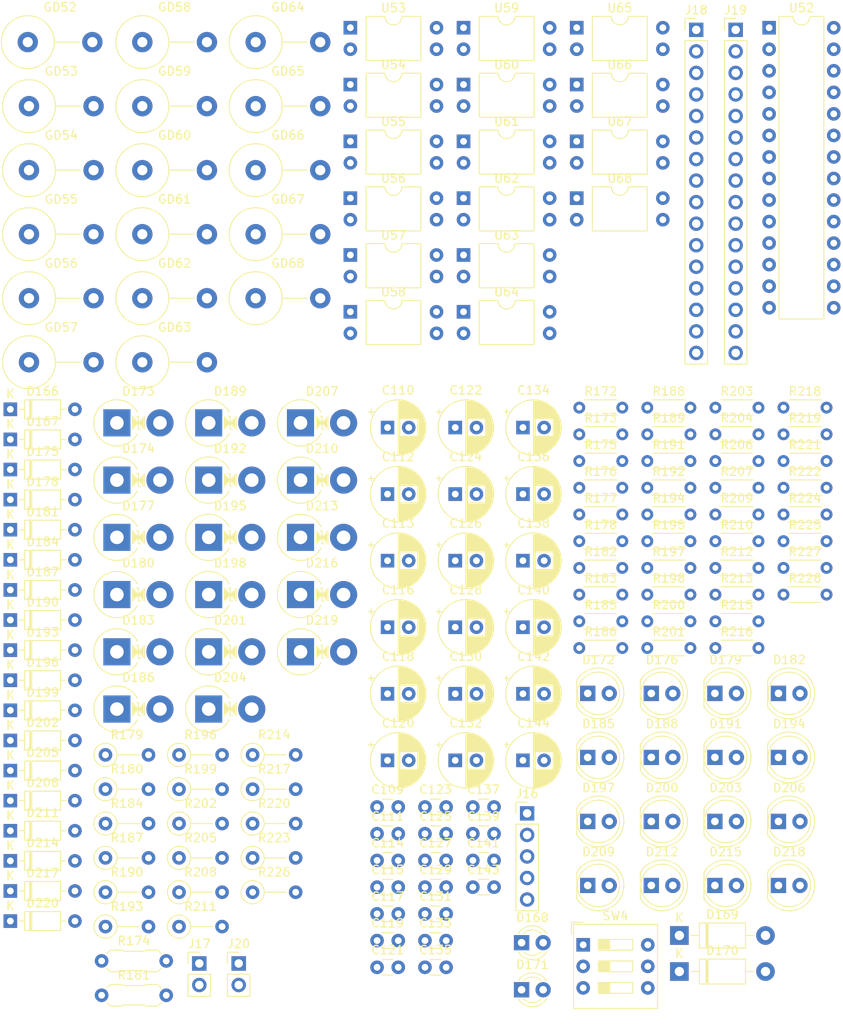
<source format=kicad_pcb>
(kicad_pcb (version 20240108) (generator "pcbnew") (generator_version "8.0")
  (layers (0 "F.Cu" signal) (31 "B.Cu" signal) (34 "B.Paste" user) (35 "F.Paste" user) (36 "B.SilkS" user "B.Silkscreen") (37 "F.SilkS" user "F.Silkscreen") (38 "B.Mask" user) (39 "F.Mask" user) (44 "Edge.Cuts" user))
  (net 0 "")
  (net 1 "5V VCC")
  (net 2 "Power +5,5V")
  (net 3 "Earth")
  (net 4 "Net-(D168-K)")
  (net 5 "Net-(U52-GPB7)")
  (net 6 "Net-(D169-A)")
  (net 7 "Net-(U52-GPB6)")
  (net 8 "Net-(U52-GPB5)")
  (net 9 "Net-(U52-GPB4)")
  (net 10 "Net-(U52-GPB3)")
  (net 11 "Net-(U52-GPB2)")
  (net 12 "Net-(U52-GPB1)")
  (net 13 "Net-(U52-GPB0)")
  (net 14 "Net-(U52-GPA7)")
  (net 15 "Net-(U52-GPA6)")
  (net 16 "Net-(U52-GPA5)")
  (net 17 "Net-(U52-GPA4)")
  (net 18 "Net-(U52-GPA3)")
  (net 19 "Net-(U52-GPA2)")
  (net 20 "Net-(U52-GPA1)")
  (net 21 "Net-(U52-GPA0)")
  (net 22 "Power GND")
  (net 23 "/Elektrozaczepy/GND VCC")
  (net 24 "/Input buttons 4/INT A")
  (net 25 "Net-(D166-K)")
  (net 26 "Net-(D167-K)")
  (net 27 "/Input buttons 4/INT B")
  (net 28 "Net-(D168-A)")
  (net 29 "Net-(D171-A)")
  (net 30 "Net-(D172-K)")
  (net 31 "Net-(D172-A)")
  (net 32 "Net-(D176-A)")
  (net 33 "Net-(D176-K)")
  (net 34 "Net-(D179-A)")
  (net 35 "Net-(D179-K)")
  (net 36 "Net-(D182-K)")
  (net 37 "Net-(D182-A)")
  (net 38 "Net-(D185-K)")
  (net 39 "Net-(D185-A)")
  (net 40 "Net-(D188-K)")
  (net 41 "Net-(D188-A)")
  (net 42 "Net-(D191-K)")
  (net 43 "Net-(D191-A)")
  (net 44 "Net-(D194-A)")
  (net 45 "Net-(D194-K)")
  (net 46 "Net-(D197-K)")
  (net 47 "Net-(D197-A)")
  (net 48 "Net-(D200-A)")
  (net 49 "Net-(D200-K)")
  (net 50 "Net-(D202-K)")
  (net 51 "Net-(D203-K)")
  (net 52 "Net-(D203-A)")
  (net 53 "Net-(D206-K)")
  (net 54 "Net-(D206-A)")
  (net 55 "Net-(D209-K)")
  (net 56 "Net-(D209-A)")
  (net 57 "Net-(D212-A)")
  (net 58 "Net-(D212-K)")
  (net 59 "Net-(D215-K)")
  (net 60 "Net-(D215-A)")
  (net 61 "Net-(D218-A)")
  (net 62 "Net-(D218-K)")
  (net 63 "/Input buttons 1/SCK")
  (net 64 "Reset")
  (net 65 "/Input buttons 1/SDA")
  (net 66 "Net-(GD52-Pad3)")
  (net 67 "Net-(GD66-Pad3)")
  (net 68 "Net-(GD61-Pad3)")
  (net 69 "Net-(GD62-Pad3)")
  (net 70 "Net-(GD60-Pad3)")
  (net 71 "Net-(GD59-Pad3)")
  (net 72 "Net-(GD56-Pad3)")
  (net 73 "Net-(GD58-Pad3)")
  (net 74 "Net-(GD64-Pad3)")
  (net 75 "Net-(GD53-Pad3)")
  (net 76 "Net-(GD54-Pad3)")
  (net 77 "Net-(GD63-Pad3)")
  (net 78 "Net-(GD57-Pad3)")
  (net 79 "Net-(GD67-Pad3)")
  (net 80 "Net-(GD65-Pad3)")
  (net 81 "Net-(GD55-Pad3)")
  (net 82 "Net-(U52-A0)")
  (net 83 "Net-(U52-A1)")
  (net 84 "Net-(U52-A2)")
  (net 85 "Net-(R182-Pad1)")
  (net 86 "Net-(R185-Pad1)")
  (net 87 "Net-(R188-Pad1)")
  (net 88 "Net-(R191-Pad1)")
  (net 89 "Net-(R194-Pad1)")
  (net 90 "Net-(R197-Pad1)")
  (net 91 "Net-(R200-Pad1)")
  (net 92 "Net-(R203-Pad1)")
  (net 93 "Net-(R206-Pad1)")
  (net 94 "Net-(R209-Pad1)")
  (net 95 "Net-(R212-Pad1)")
  (net 96 "Net-(R215-Pad1)")
  (net 97 "Net-(R218-Pad1)")
  (net 98 "Net-(R221-Pad1)")
  (net 99 "Net-(R224-Pad1)")
  (net 100 "Net-(R227-Pad1)")
  (footprint "LED_THT:LED_D5.0mm" (layer "F.Cu") (at 189.644277 124.35)
    (property "Reference" "D188" (at 1.27 -3.96 0) (layer "F.SilkS"))
    (property "Value" "2")
    (pad "1" thru_hole rect (at 0 0) (size 1.8 1.8) (drill 0.9) (layers "*.Cu" "*.Mask") (net 40 "Net-(D188-K)"))
    (pad "2" thru_hole circle (at 2.54 0) (size 1.8 1.8) (drill 0.9) (layers "*.Cu" "*.Mask") (net 41 "Net-(D188-A)"))
  )
  (footprint "Capacitor_THT:C_Disc_D3.0mm_W1.6mm_P2.50mm" (layer "F.Cu") (at 162.944277 136.5)
    (property "Reference" "C127" (at 1.25 -2.05 0) (layer "F.SilkS"))
    (property "Value" "100n")
    (pad "1" thru_hole circle (at 0 0) (size 1.6 1.6) (drill 0.8) (layers "*.Cu" "*.Mask") (net 4 "Net-(D168-K)"))
    (pad "2" thru_hole circle (at 2.5 0) (size 1.6 1.6) (drill 0.8) (layers "*.Cu" "*.Mask") (net 13 "Net-(U52-GPB0)"))
  )
  (footprint "Resistor_THT:R_Axial_DIN0617_L17.0mm_D6.0mm_P7.62mm_Vertical" (layer "F.Cu") (at 129.604277 77.75)
    (property "Reference" "GD63" (at 3.81 -4.12 0) (layer "F.SilkS"))
    (property "Value" "90")
    (pad "1" thru_hole circle (at 0 0) (size 2.4 2.4) (drill 1.2) (layers "*.Cu" "*.Mask") (net 3 "Earth"))
    (pad "2" thru_hole oval (at 7.62 0) (size 2.4 2.4) (drill 1.2) (layers "*.Cu" "*.Mask"))
  )
  (footprint "PCM_Resistor_THT_AKL:R_Axial_DIN0207_L6.3mm_D2.5mm_P5.08mm_Vertical" (layer "F.Cu") (at 142.614277 132.15)
    (property "Reference" "R220" (at 2.54 -2.37 0) (layer "F.SilkS"))
    (property "Value" "1" (hide yes))
    (pad "1" thru_hole circle (at 0 0) (size 1.6 1.6) (drill 0.8) (layers "*.Cu" "*.Mask") (net 67 "Net-(GD66-Pad3)"))
    (pad "2" thru_hole oval (at 5.08 0) (size 1.6 1.6) (drill 0.8) (layers "*.Cu" "*.Mask") (net 58 "Net-(D212-K)"))
  )
  (footprint "Resistor_THT:R_Axial_DIN0204_L3.6mm_D1.6mm_P5.08mm_Horizontal" (layer "F.Cu") (at 181.144277 98.85)
    (property "Reference" "R178" (at 2.54 -1.92 0) (layer "F.SilkS"))
    (property "Value" "10k")
    (pad "1" thru_hole circle (at 0 0) (size 1.4 1.4) (drill 0.7) (layers "*.Cu" "*.Mask") (net 4 "Net-(D168-K)"))
    (pad "2" thru_hole oval (at 5.08 0) (size 1.4 1.4) (drill 0.7) (layers "*.Cu" "*.Mask") (net 84 "Net-(U52-A2)"))
  )
  (footprint "Capacitor_THT:C_Disc_D3.0mm_W1.6mm_P2.50mm" (layer "F.Cu") (at 162.944277 149.1)
    (property "Reference" "C135" (at 1.25 -2.05 0) (layer "F.SilkS"))
    (property "Value" "100n")
    (pad "1" thru_hole circle (at 0 0) (size 1.6 1.6) (drill 0.8) (layers "*.Cu" "*.Mask") (net 4 "Net-(D168-K)"))
    (pad "2" thru_hole circle (at 2.5 0) (size 1.6 1.6) (drill 0.8) (layers "*.Cu" "*.Mask") (net 17 "Net-(U52-GPA4)"))
  )
  (footprint "Resistor_THT:R_Axial_DIN0204_L3.6mm_D1.6mm_P5.08mm_Horizontal" (layer "F.Cu") (at 197.204277 86.25)
    (property "Reference" "R204" (at 2.54 -1.92 0) (layer "F.SilkS"))
    (property "Value" "4.7k")
    (pad "1" thru_hole circle (at 0 0) (size 1.4 1.4) (drill 0.7) (layers "*.Cu" "*.Mask") (net 13 "Net-(U52-GPB0)"))
    (pad "2" thru_hole oval (at 5.08 0) (size 1.4 1.4) (drill 0.7) (layers "*.Cu" "*.Mask") (net 1 "5V VCC"))
  )
  (footprint "Resistor_THT:R_Axial_DIN0617_L17.0mm_D6.0mm_P7.62mm_Vertical" (layer "F.Cu") (at 116.234277 62.65)
    (property "Reference" "GD55" (at 3.81 -4.12 0) (layer "F.SilkS"))
    (property "Value" "90")
    (pad "1" thru_hole circle (at 0 0) (size 2.4 2.4) (drill 1.2) (layers "*.Cu" "*.Mask") (net 3 "Earth"))
    (pad "2" thru_hole oval (at 7.62 0) (size 2.4 2.4) (drill 1.2) (layers "*.Cu" "*.Mask"))
  )
  (footprint "Package_DIP:DIP-4_W10.16mm" (layer "F.Cu") (at 180.844277 58.4)
    (property "Reference" "U68" (at 5.08 -2.33 0) (layer "F.SilkS"))
    (property "Value" "PC817")
    (pad "1" thru_hole rect (at 0 0) (size 1.6 1.6) (drill 0.8) (layers "*.Cu" "*.Mask") (net 100 "Net-(R227-Pad1)"))
    (pad "2" thru_hole oval (at 0 2.54) (size 1.6 1.6) (drill 0.8) (layers "*.Cu" "*.Mask") (net 61 "Net-(D218-A)"))
    (pad "3" thru_hole oval (at 10.16 2.54) (size 1.6 1.6) (drill 0.8) (layers "*.Cu" "*.Mask") (net 4 "Net-(D168-K)"))
    (pad "4" thru_hole oval (at 10.16 0) (size 1.6 1.6) (drill 0.8) (layers "*.Cu" "*.Mask") (net 21 "Net-(U52-GPA0)"))
  )
  (footprint "Resistor_THT:R_Axial_DIN0204_L3.6mm_D1.6mm_P5.08mm_Horizontal" (layer "F.Cu") (at 197.204277 105.15)
    (property "Reference" "R213" (at 2.54 -1.92 0) (layer "F.SilkS"))
    (property "Value" "4.7k")
    (pad "1" thru_hole circle (at 0 0) (size 1.4 1.4) (drill 0.7) (layers "*.Cu" "*.Mask") (net 16 "Net-(U52-GPA5)"))
    (pad "2" thru_hole oval (at 5.08 0) (size 1.4 1.4) (drill 0.7) (layers "*.Cu" "*.Mask") (net 1 "5V VCC"))
  )
  (footprint "Resistor_THT:R_Axial_DIN0617_L17.0mm_D6.0mm_P7.62mm_Vertical" (layer "F.Cu") (at 142.974277 70.2)
    (property "Reference" "GD68" (at 3.81 -4.12 0) (layer "F.SilkS"))
    (property "Value" "90")
    (pad "1" thru_hole circle (at 0 0) (size 2.4 2.4) (drill 1.2) (layers "*.Cu" "*.Mask") (net 3 "Earth"))
    (pad "2" thru_hole oval (at 7.62 0) (size 2.4 2.4) (drill 1.2) (layers "*.Cu" "*.Mask"))
  )
  (footprint "Capacitor_THT:CP_Radial_D6.3mm_P2.50mm" (layer "F.Cu") (at 166.514759 101.15)
    (property "Reference" "C126" (at 1.25 -4.4 0) (layer "F.SilkS"))
    (property "Value" "100u")
    (pad "1" thru_hole rect (at 0 0) (size 1.6 1.6) (drill 0.8) (layers "*.Cu" "*.Mask") (net 12 "Net-(U52-GPB1)"))
    (pad "2" thru_hole circle (at 2.5 0) (size 1.6 1.6) (drill 0.8) (layers "*.Cu" "*.Mask") (net 4 "Net-(D168-K)"))
  )
  (footprint "Resistor_THT:R_Axial_DIN0617_L17.0mm_D6.0mm_P7.62mm_Vertical" (layer "F.Cu") (at 116.234277 47.55)
    (property "Reference" "GD53" (at 3.81 -4.12 0) (layer "F.SilkS"))
    (property "Value" "90")
    (pad "1" thru_hole circle (at 0 0) (size 2.4 2.4) (drill 1.2) (layers "*.Cu" "*.Mask") (net 3 "Earth"))
    (pad "2" thru_hole oval (at 7.62 0) (size 2.4 2.4) (drill 1.2) (layers "*.Cu" "*.Mask"))
  )
  (footprint "Diode_THT:D_DO-35_SOD27_P7.62mm_Horizontal" (layer "F.Cu") (at 114.034277 93.95)
    (property "Reference" "D178" (at 3.81 -2.12 0) (layer "F.SilkS"))
    (property "Value" "1.1")
    (fp_text user "K" (at 0 -1.8 0) (layer "F.SilkS"))
    (pad "1" thru_hole rect (at 0 0) (size 1.6 1.6) (drill 0.8) (layers "*.Cu" "*.Mask") (net 2 "Power +5,5V"))
    (pad "2" thru_hole oval (at 7.62 0) (size 1.6 1.6) (drill 0.8) (layers "*.Cu" "*.Mask") (net 33 "Net-(D176-K)"))
  )
  (footprint "PCM_Resistor_THT_AKL:R_Axial_DIN0207_L6.3mm_D2.5mm_P5.08mm_Vertical" (layer "F.Cu") (at 133.934277 144.3)
    (property "Reference" "R211" (at 2.54 -2.37 0) (layer "F.SilkS"))
    (property "Value" "1" (hide yes))
    (pad "1" thru_hole circle (at 0 0) (size 1.6 1.6) (drill 0.8) (layers "*.Cu" "*.Mask") (net 77 "Net-(GD63-Pad3)"))
    (pad "2" thru_hole oval (at 5.08 0) (size 1.6 1.6) (drill 0.8) (layers "*.Cu" "*.Mask") (net 51 "Net-(D203-K)"))
  )
  (footprint "Capacitor_THT:CP_Radial_D6.3mm_P2.50mm" (layer "F.Cu") (at 158.529518 85.45)
    (property "Reference" "C110" (at 1.25 -4.4 0) (layer "F.SilkS"))
    (property "Value" "100u")
    (pad "1" thru_hole rect (at 0 0) (size 1.6 1.6) (drill 0.8) (layers "*.Cu" "*.Mask") (net 1 "5V VCC"))
    (pad "2" thru_hole circle (at 2.5 0) (size 1.6 1.6) (drill 0.8) (layers "*.Cu" "*.Mask") (net 4 "Net-(D168-K)"))
  )
  (footprint "LED_THT:LED_D5.0mm" (layer "F.Cu") (at 197.144277 116.8)
    (property "Reference" "D179" (at 1.27 -3.96 0) (layer "F.SilkS"))
    (property "Value" "2")
    (pad "1" thru_hole rect (at 0 0) (size 1.8 1.8) (drill 0.9) (layers "*.Cu" "*.Mask") (net 35 "Net-(D179-K)"))
    (pad "2" thru_hole circle (at 2.54 0) (size 1.8 1.8) (drill 0.9) (layers "*.Cu" "*.Mask") (net 34 "Net-(D179-A)"))
  )
  (footprint "LED_THT:LED_D5.0mm" (layer "F.Cu") (at 182.144277 116.8)
    (property "Reference" "D172" (at 1.27 -3.96 0) (layer "F.SilkS"))
    (property "Value" "2")
    (pad "1" thru_hole rect (at 0 0) (size 1.8 1.8) (drill 0.9) (layers "*.Cu" "*.Mask") (net 30 "Net-(D172-K)"))
    (pad "2" thru_hole circle (at 2.54 0) (size 1.8 1.8) (drill 0.9) (layers "*.Cu" "*.Mask") (net 31 "Net-(D172-A)"))
  )
  (footprint "Diode_THT:D_DO-35_SOD27_P7.62mm_Horizontal" (layer "F.Cu") (at 114.034277 115.25)
    (property "Reference" "D196" (at 3.81 -2.12 0) (layer "F.SilkS"))
    (property "Value" "1.1")
    (fp_text user "K" (at 0 -1.8 0) (layer "F.SilkS"))
    (pad "1" thru_hole rect (at 0 0) (size 1.6 1.6) (drill 0.8) (layers "*.Cu" "*.Mask") (net 2 "Power +5,5V"))
    (pad "2" thru_hole oval (at 7.62 0) (size 1.6 1.6) (drill 0.8) (layers "*.Cu" "*.Mask") (net 45 "Net-(D194-K)"))
  )
  (footprint "Diode_THT:D_DO-35_SOD27_P7.62mm_Horizontal" (layer "F.Cu") (at 114.034277 111.7)
    (property "Reference" "D193" (at 3.81 -2.12 0) (layer "F.SilkS"))
    (property "Value" "1.1")
    (fp_text user "K" (at 0 -1.8 0) (layer "F.SilkS"))
    (pad "1" thru_hole rect (at 0 0) (size 1.6 1.6) (drill 0.8) (layers "*.Cu" "*.Mask") (net 2 "Power +5,5V"))
    (pad "2" thru_hole oval (at 7.62 0) (size 1.6 1.6) (drill 0.8) (layers "*.Cu" "*.Mask") (net 42 "Net-(D191-K)"))
  )
  (footprint "PCM_Resistor_THT_AKL:R_Axial_DIN0207_L6.3mm_D2.5mm_P5.08mm_Vertical" (layer "F.Cu") (at 125.254277 124.05)
    (property "Reference" "R179" (at 2.54 -2.37 0) (layer "F.SilkS"))
    (property "Value" "1" (hide yes))
    (pad "1" thru_hole circle (at 0 0) (size 1.6 1.6) (drill 0.8) (layers "*.Cu" "*.Mask") (net 6 "Net-(D169-A)"))
    (pad "2" thru_hole oval (at 5.08 0) (size 1.6 1.6) (drill 0.8) (layers "*.Cu" "*.Mask") (net 66 "Net-(GD52-Pad3)"))
  )
  (footprint "LED_THT:LED_D3.0mm" (layer "F.Cu") (at 174.344277 146.2)
    (property "Reference" "D168" (at 1.27 -2.96 0) (layer "F.SilkS"))
    (property "Value" "2,0")
    (pad "1" thru_hole rect (at 0 0) (size 1.8 1.8) (drill 0.9) (layers "*.Cu" "*.Mask") (net 4 "Net-(D168-K)"))
    (pad "2" thru_hole circle (at 2.54 0) (size 1.8 1.8) (drill 0.9) (layers "*.Cu" "*.Mask") (net 28 "Net-(D168-A)"))
  )
  (footprint "Resistor_THT:R_Axial_DIN0204_L3.6mm_D1.6mm_P5.08mm_Horizontal" (layer "F.Cu") (at 181.144277 108.3)
    (property "Reference" "R185" (at 2.54 -1.92 0) (layer "F.SilkS"))
    (property "Value" "1k")
    (pad "1" thru_hole circle (at 0 0) (size 1.4 1.4) (drill 0.7) (layers "*.Cu" "*.Mask") (net 86 "Net-(R185-Pad1)"))
    (pad "2" thru_hole oval (at 5.08 0) (size 1.4 1.4) (drill 0.7) (layers "*.Cu" "*.Mask") (net 2 "Power +5,5V"))
  )
  (footprint "Resistor_THT:R_Axial_DIN0204_L3.6mm_D1.6mm_P5.08mm_Horizontal" (layer "F.Cu") (at 205.234277 102)
    (property "Reference" "R227" (at 2.54 -1.92 0) (layer "F.SilkS"))
    (property "Value" "1k")
    (pad "1" thru_hole circle (at 0 0) (size 1.4 1.4) (drill 0.7) (layers "*.Cu" "*.Mask") (net 100 "Net-(R227-Pad1)"))
    (pad "2" thru_hole oval (at 5.08 0) (size 1.4 1.4) (drill 0.7) (layers "*.Cu" "*.Mask") (net 2 "Power +5,5V"))
  )
  (footprint "Resistor_THT:R_Axial_DIN0204_L3.6mm_D1.6mm_P5.08mm_Horizontal" (layer "F.Cu") (at 181.144277 92.55)
    (property "Reference" "R176" (at 2.54 -1.92 0) (layer "F.SilkS"))
    (property "Value" "10k")
    (pad "1" thru_hole circle (at 0 0) (size 1.4 1.4) (drill 0.7) (layers "*.Cu" "*.Mask") (net 4 "Net-(D168-K)"))
    (pad "2" thru_hole oval (at 5.08 0) (size 1.4 1.4) (drill 0.7) (layers "*.Cu" "*.Mask") (net 82 "Net-(U52-A0)"))
  )
  (footprint "Resistor_THT:R_Axial_DIN0204_L3.6mm_D1.6mm_P5.08mm_Horizontal" (layer "F.Cu") (at 197.204277 102)
    (property "Reference" "R212" (at 2.54 -1.92 0) (layer "F.SilkS"))
    (property "Value" "1k")
    (pad "1" thru_hole circle (at 0 0) (size 1.4 1.4) (drill 0.7) (layers "*.Cu" "*.Mask") (net 95 "Net-(R212-Pad1)"))
    (pad "2" thru_hole oval (at 5.08 0) (size 1.4 1.4) (drill 0.7) (layers "*.Cu" "*.Mask") (net 2 "Power +5,5V"))
  )
  (footprint "Capacitor_THT:C_Disc_D3.0mm_W1.6mm_P2.50mm" (layer "F.Cu") (at 157.294277 136.5)
    (property "Reference" "C114" (at 1.25 -2.05 0) (layer "F.SilkS"))
    (property "Value" "100n")
    (pad "1" thru_hole circle (at 0 0) (size 1.6 1.6) (drill 0.8) (layers "*.Cu" "*.Mask") (net 6 "Net-(D169-A)"))
    (pad "2" thru_hole circle (at 2.5 0) (size 1.6 1.6) (drill 0.8) (layers "*.Cu" "*.Mask") (net 2 "Power +5,5V"))
  )
  (footprint "Capacitor_THT:CP_Radial_D6.3mm_P2.50mm" (layer "F.Cu") (at 166.514759 124.7)
    (property "Reference" "C132" (at 1.25 -4.4 0) (layer "F.SilkS"))
    (property "Value" "100u")
    (pad "1" thru_hole rect (at 0 0) (size 1.6 1.6) (drill 0.8) (layers "*.Cu" "*.Mask") (net 15 "Net-(U52-GPA6)"))
    (pad "2" thru_hole circle (at 2.5 0) (size 1.6 1.6) (drill 0.8) (layers "*.Cu" "*.Mask") (net 4 "Net-(D168-K)"))
  )
  (footprint "Package_DIP:DIP-4_W10.16mm" (layer "F.Cu") (at 167.494277 65.1)
    (property "Reference" "U63" (at 5.08 -2.33 0) (layer "F.SilkS"))
    (property "Value" "PC817")
    (pad "1" thru_hole rect (at 0 0) (size 1.6 1.6) (drill 0.8) (layers "*.Cu" "*.Mask") (net 95 "Net-(R212-Pad1)"))
    (pad "2" thru_hole oval (at 0 2.54) (size 1.6 1.6) (drill 0.8) (layers "*.Cu" "*.Mask") (net 52 "Net-(D203-A)"))
    (pad "3" thru_hole oval (at 10.16 2.54) (size 1.6 1.6) (drill 0.8) (layers "*.Cu" "*.Mask") (net 4 "Net-(D168-K)"))
    (pad "4" thru_hole oval (at 10.16 0) (size 1.6 1.6) (drill 0.8) (layers "*.Cu" "*.Mask") (net 16 "Net-(U52-GPA5)"))
  )
  (footprint "Capacitor_THT:CP_Radial_D6.3mm_P2.50mm" (layer "F.Cu") (at 174.5 101.15)
    (property "Reference" "C138" (at 1.25 -4.4 0) (layer "F.SilkS"))
    (property "Value" "100u")
    (pad "1" thru_hole rect (at 0 0) (size 1.6 1.6) (drill 0.8) (layers "*.Cu" "*.Mask") (net 18 "Net-(U52-GPA3)"))
    (pad "2" thru_hole circle (at 2.5 0) (size 1.6 1.6) (drill 0.8) (layers "*.Cu" "*.Mask") (net 4 "Net-(D168-K)"))
  )
  (footprint "LED_THT:LED_D5.0mm" (layer "F.Cu") (at 197.144277 139.45)
    (property "Reference" "D215" (at 1.27 -3.96 0) (layer "F.SilkS"))
    (property "Value" "2")
    (pad "1" thru_hole rect (at 0 0) (size 1.8 1.8) (drill 0.9) (layers "*.Cu" "*.Mask") (net 59 "Net-(D215-K)"))
    (pad "2" thru_hole circle (at 2.54 0) (size 1.8 1.8) (drill 0.9) (layers "*.Cu" "*.Mask") (net 60 "Net-(D215-A)"))
  )
  (footprint "Package_DIP:DIP-4_W10.16mm" (layer "F.Cu") (at 180.844277 38.3)
    (property "Reference" "U65" (at 5.08 -2.33 0) (layer "F.SilkS"))
    (property "Value" "PC817")
    (pad "1" thru_hole rect (at 0 0) (size 1.6 1.6) (drill 0.8) (layers "*.Cu" "*.Mask") (net 97 "Net-(R218-Pad1)"))
    (pad "2" thru_hole oval (at 0 2.54) (size 1.6 1.6) (drill 0.8) (layers "*.Cu" "*.Mask") (net 56 "Net-(D209-A)"))
    (pad "3" thru_hole oval (at 10.16 2.54) (size 1.6 1.6) (drill 0.8) (layers "*.Cu" "*.Mask") (net 4 "Net-(D168-K)"))
    (pad "4" thru_hole oval (at 10.16 0) (size 1.6 1.6) (drill 0.8) (layers "*.Cu" "*.Mask") (net 18 "Net-(U52-GPA3)"))
  )
  (footprint "Diode_THT:D_DO-35_SOD27_P7.62mm_Horizontal" (layer "F.Cu") (at 114.034277 136.55)
    (property "Reference" "D214" (at 3.81 -2.12 0) (layer "F.SilkS"))
    (property "Value" "1.1")
    (fp_text user "K" (at 0 -1.8 0) (layer "F.SilkS"))
    (pad "1" thru_hole rect (at 0 0) (size 1.6 1.6) (drill 0.8) (layers "*.Cu" "*.Mask") (net 2 "Power +5,5V"))
    (pad "2" thru_hole oval (at 7.62 0) (size 1.6 1.6) (drill 0.8) (layers "*.Cu" "*.Mask") (net 58 "Net-(D212-K)"))
  )
  (footprint "PCM_Resistor_THT_AKL:R_Axial_DIN0207_L6.3mm_D2.5mm_P5.08mm_Vertical" (layer "F.Cu") (at 125.254277 140.25)
    (property "Reference" "R190" (at 2.54 -2.37 0) (layer "F.SilkS"))
    (property "Value" "1" (hide yes))
    (pad "1" thru_hole circle (at 0 0) (size 1.6 1.6) (drill 0.8) (layers "*.Cu" "*.Mask") (net 72 "Net-(GD56-Pad3)"))
    (pad "2" thru_hole oval (at 5.08 0) (size 1.6 1.6) (drill 0.8) (layers "*.Cu" "*.Mask") (net 36 "Net-(D182-K)"))
  )
  (footprint "Capacitor_THT:CP_Radial_D6.3mm_P2.50mm" (layer "F.Cu") (at 166.514759 116.85)
    (property "Reference" "C130" (at 1.25 -4.4 0) (layer "F.SilkS"))
    (property "Value" "100u")
    (pad "1" thru_hole rect (at 0 0) (size 1.6 1.6) (drill 0.8) (layers "*.Cu" "*.Mask") (net 14 "Net-(U52-GPA7)"))
    (pad "2" thru_hole circle (at 2.5 0) (size 1.6 1.6) (drill 0.8) (layers "*.Cu" "*.Mask") (net 4 "Net-(D168-K)"))
  )
  (footprint "Capacitor_THT:CP_Radial_D6.3mm_P2.50mm" (layer "F.Cu") (at 166.514759 93.3)
    (property "Reference" "C124" (at 1.25 -4.4 0) (layer "F.SilkS"))
    (property "Value" "100u")
    (pad "1" thru_hole rect (at 0 0) (size 1.6 1.6) (drill 0.8) (layers "*.Cu" "*.Mask") (net 11 "Net-(U52-GPB2)"))
    (pad "2" thru_hole circle (at 2.5 0) (size 1.6 1.6) (drill 0.8) (layers "*.Cu" "*.Mask") (net 4 "Net-(D168-K)"))
  )
  (footprint "Resistor_THT:R_Axial_DIN0204_L3.6mm_D1.6mm_P5.08mm_Horizontal" (layer "F.Cu") (at 189.174277 111.45)
    (property "Reference" "R201" (at 2.54 -1.92 0) (layer "F.SilkS"))
    (property "Value" "4.7k")
    (pad "1" thru_hole circle (at 0 0) (size 1.4 1.4) (drill 0.7) (layers "*.Cu" "*.Mask") (net 12 "Net-(U52-GPB1)"))
    (pad "2" thru_hole oval (at 5.08 0) (size 1.4 1.4) (drill 0.7) (layers "*.Cu" "*.Mask") (net 1 "5V VCC"))
  )
  (footprint "Resistor_THT:R_Axial_DIN0204_L3.6mm_D1.6mm_P5.08mm_Horizontal" (layer "F.Cu") (at 181.144277 105.15)
    (property "Reference" "R183" (at 2.54 -1.92 0) (layer "F.SilkS"))
    (property "Value" "4.7k")
    (pad "1" thru_hole circle (at 0 0) (size 1.4 1.4) (drill 0.7) (layers "*.Cu" "*.Mask") (net 5 "Net-(U52-GPB7)"))
    (pad "2" thru_hole oval (at 5.08 0) (size 1.4 1.4) (drill 0.7) (layers "*.Cu" "*.Mask") (net 1 "5V VCC"))
  )
  (footprint "LED_THT:LED_D5.0mm" (layer "F.Cu") (at 182.144277 124.35)
    (property "Reference" "D185" (at 1.27 -3.96 0) (layer "F.SilkS"))
    (property "Value" "2")
    (pad "1" thru_hole rect (at 0 0) (size 1.8 1.8) (drill 0.9) (layers "*.Cu" "*.Mask") (net 38 "Net-(D185-K)"))
    (pad "2" thru_hole circle (at 2.54 0) (size 1.8 1.8) (drill 0.9) (layers "*.Cu" "*.Mask") (net 39 "Net-(D185-A)"))
  )
  (footprint "PCM_Resistor_THT_AKL:R_Axial_DIN0207_L6.3mm_D2.5mm_P5.08mm_Vertical" (layer "F.Cu") (at 125.254277 128.1)
    (property "Reference" "R180" (at 2.54 -2.37 0) (layer "F.SilkS"))
    (property "Value" "1" (hide yes))
    (pad "1" thru_hole circle (at 0 0) (size 1.6 1.6) (drill 0.8) (layers "*.Cu" "*.Mask") (net 75 "Net-(GD53-Pad3)"))
    (pad "2" thru_hole oval (at 5.08 0) (size 1.6 1.6) (drill 0.8) (layers "*.Cu" "*.Mask") (net 30 "Net-(D172-K)"))
  )
  (footprint "Diode_THT:D_DO-41_SOD81_P10.16mm_Horizontal" (layer "F.Cu") (at 192.954277 149.6)
    (property "Reference" "D170" (at 5.08 -2.47 0) (layer "F.SilkS"))
    (property "Value" "0,5")
    (fp_text user "K" (at 0 -2.1 0) (layer "F.SilkS"))
    (pad "1" thru_hole rect (at 0 0) (size 2.2 2.2) (drill 1.1) (layers "*.Cu" "*.Mask") (net 23 "/Elektrozaczepy/GND VCC"))
    (pad "2" thru_hole oval (at 10.16 0) (size 2.2 2.2) (drill 1.1) (layers "*.Cu" "*.Mask") (net 4 "Net-(D168-K)"))
  )
  (footprint "Diode_THT:D_DO-35_SOD27_P7.62mm_Horizontal" (layer "F.Cu") (at 114.034277 133)
    (property "Reference" "D211" (at 3.81 -2.12 0) (layer "F.SilkS"))
    (property "Value" "1.1")
    (fp_text user "K" (at 0 -1.8 0) (layer "F.SilkS"))
    (pad "1" thru_hole rect (at 0 0) (size 1.6 1.6) (drill 0.8) (layers "*.Cu" "*.Mask") (net 2 "Power +5,5V"))
    (pad "2" thru_hole oval (at 7.62 0) (size 1.6 1.6) (drill 0.8) (layers "*.Cu" "*.Mask") (net 55 "Net-(D209-K)"))
  )
  (footprint "Capacitor_THT:CP_Radial_D6.3mm_P2.50mm" (layer "F.Cu") (at 174.5 85.45)
    (property "Reference" "C134" (at 1.25 -4.4 0) (layer "F.SilkS"))
    (property "Value" "100u")
    (pad "1" thru_hole rect (at 0 0) (size 1.6 1.6) (drill 0.8) (layers "*.Cu" "*.Mask") (net 16 "Net-(U52-GPA5)"))
    (pad "2" thru_hole circle (at 2.5 0) (size 1.6 1.6) (drill 0.8) (layers "*.Cu" "*.Mask") (net 4 "Net-(D168-K)"))
  )
  (footprint "PCM_Diode_THT_AKL:D_DO-201AD_P5.08mm_Vertical_TVS" (layer "F.Cu") (at 148.264277 98.4)
    (property "Reference" "D213" (at 2.54 -3.72 0) (layer "F.SilkS"))
    (property "Value" "8,55" (hide yes))
    (pad "1" thru_hole rect (at 0 0) (size 3.2 3.2) (drill 1.6) (layers "*.Cu" "*.Mask") (net 58 "Net-(D212-K)"))
    (pad "2" thru_hole oval (at 5.08 0) (size 3.2 3.2) (drill 1.6) (layers "*.Cu" "*.Mask") (net 3 "Earth"))
  )
  (footprint "Resistor_THT:R_Axial_DIN0617_L17.0mm_D6.0mm_P7.62mm_Vertical" (layer "F.Cu") (at 129.604277 40)
    (property "Reference" "GD58" (at 3.81 -4.12 0) (layer "F.SilkS"))
    (property "Value" "90")
    (pad "1" thru_hole circle (at 0 0) (size 2.4 2.4) (drill 1.2) (layers "*.Cu" "*.Mask") (net 3 "Earth"))
    (pad "2" thru_hole oval (at 7.62 0) (size 2.4 2.4) (drill 1.2) (layers "*.Cu" "*.Mask"))
  )
  (footprint "PCM_Resistor_THT_AKL:R_Axial_DIN0207_L6.3mm_D2.5mm_P7.62mm_Horizontal" (layer "F.Cu") (at 124.804277 148.35)
    (property "Reference" "R174" (at 3.81 -2.37 0) (layer "F.SilkS"))
    (property "Value" "1.6k" (hide yes))
    (pad "1" thru_hole circle (at 0 0) (size 1.6 1.6) (drill 0.8) (layers "*.Cu" "*.Mask") (net 28 "Net-(D168-A)"))
    (pad "2" thru_hole oval (at 7.62 0) (size 1.6 1.6) (drill 0.8) (layers "*.Cu" "*.Mask") (net 1 "5V VCC"))
  )
  (footprint "Package_DIP:DIP-4_W10.16mm" (layer "F.Cu") (at 154.144277 71.8)
    (property "Reference" "U58" (at 5.08 -2.33 0) (layer "F.SilkS"))
    (property "Value" "PC817")
    (pad "1" thru_hole rect (at 0 0) (size 1.6 1.6) (drill 0.8) (layers "*.Cu" "*.Mask") (net 90 "Net-(R197-Pad1)"))
    (pad "2" thru_hole oval (at 0 2.54) (size 1.6 1.6) (drill 0.8) (layers "*.Cu" "*.Mask") (net 41 "Net-(D188-A)"))
    (pad "3" thru_hole oval (at 10.16 2.54) (size 1.6 1.6) (drill 0.8) (layers "*.Cu" "*.Mask") (net 4 "Net-(D168-K)"))
    (pad "4" thru_hole oval (at 10.16 0) (size 1.6 1.6) (drill 0.8) (layers "*.Cu" "*.Mask") (net 11 "Net-(U52-GPB2)"))
  )
  (footprint "PCM_Diode_THT_AKL:D_DO-201AD_P5.08mm_Vertical_TVS" (layer "F.Cu") (at 148.264277 105.15)
    (property "Reference" "D216" (at 2.54 -3.72 0) (layer "F.SilkS"))
    (property "Value" "8,55" (hide yes))
    (pad "1" thru_hole rect (at 0 0) (size 3.2 3.2) (drill 1.6) (layers "*.Cu" "*.Mask") (net 59 "Net-(D215-K)"))
    (pad "2" thru_hole oval (at 5.08 0) (size 3.2 3.2) (drill 1.6) (layers "*.Cu" "*.Mask") (net 3 "Earth"))
  )
  (footprint "Resistor_THT:R_Axial_DIN0617_L17.0mm_D6.0mm_P7.62mm_Vertical" (layer "F.Cu") (at 129.604277 70.2)
    (property "Reference" "GD62" (at 3.81 -4.12 0) (layer "F.SilkS"))
    (property "Value" "90")
    (pad "1" thru_hole circle (at 0 0) (size 2.4 2.4) (drill 1.2) (layers "*.Cu" "*.Mask") (net 3 "Earth"))
    (pad "2" thru_hole oval (at 7.62 0) (size 2.4 2.4) (drill 1.2) (layers "*.Cu" "*.Mask"))
  )
  (footprint "Resistor_THT:R_Axial_DIN0204_L3.6mm_D1.6mm_P5.08mm_Horizontal" (layer "F.Cu") (at 189.174277 102)
    (property "Reference" "R197" (at 2.54 -1.92 0) (layer "F.SilkS"))
    (property "Value" "1k")
    (pad "1" thru_hole circle (at 0 0) (size 1.4 1.4) (drill 0.7) (layers "*.Cu" "*.Mask") (net 90 "Net-(R197-Pad1)"))
    (pad "2" thru_hole oval (at 5.08 0) (size 1.4 1.4) (drill 0.7) (layers "*.Cu" "*.Mask") (net 2 "Power +5,5V"))
  )
  (footprint "Capacitor_THT:CP_Radial_D6.3mm_P2.50mm" (layer "F.Cu") (at 166.514759 85.45)
    (property "Reference" "C122" (at 1.25 -4.4 0) (layer "F.SilkS"))
    (property "Value" "100u")
    (pad "1" thru_hole rect (at 0 0) (size 1.6 1.6) (drill 0.8) (layers "*.Cu" "*.Mask") (net 10 "Net-(U52-GPB3)"))
    (pad "2" thru_hole circle (at 2.5 0) (size 1.6 1.6) (drill 0.8) (layers "*.Cu" "*.Mask") (net 4 "Net-(D168-K)"))
  )
  (footprint "LED_THT:LED_D5.0mm" (layer "F.Cu") (at 189.644277 116.8)
    (property "Reference" "D176" (at 1.27 -3.96 0) (layer "F.SilkS"))
    (property "Value" "2")
    (pad "1" thru_hole rect (at 0 0) (size 1.8 1.8) (drill 0.9) (layers "*.Cu" "*.Mask") (net 33 "Net-(D176-K)"))
    (pad "2" thru_hole circle (at 2.54 0) (size 1.8 1.8) (drill 0.9) (layers "*.Cu" "*.Mask") (net 32 "Net-(D176-A)"))
  )
  (footprint "PCM_Resistor_THT_AKL:R_Axial_DIN0207_L6.3mm_D2.5mm_P5.08mm_Vertical" (layer "F.Cu") (at 142.614277 136.2)
    (property "Reference" "R223" (at 2.54 -2.37 0) (layer "F.SilkS"))
    (property "Value" "1" (hide yes))
    (pad "1" thru_hole circle (at 0 0) (size 1.6 1.6) (drill 0.8) (layers "*.Cu" "*.Mask") (net 79 "Net-(GD67-Pad3)"))
    (pad "2" thru_hole oval (at 5.08 0) (size 1.6 1.6) (drill 0.8) (layers "*.Cu" "*.Mask") (net 59 "Net-(D215-K)"))
  )
  (footprint "Capacitor_THT:C_Disc_D3.0mm_W1.6mm_P2.50mm" (layer "F.Cu") (at 168.594277 130.2)
    (property "Reference" "C137" (at 1.25 -2.05 0) (layer "F.SilkS"))
    (property "Value" "100n")
    (pad "1" thru_hole circle (at 0 0) (size 1.6 1.6) (drill 0.8) (layers "*.Cu" "*.Mask") (net 4 "Net-(D168-K)"))
    (pad "2" thru_hole circle (at 2.5 0) (size 1.6 1.6) (drill 0.8) (layers "*.Cu" "*.Mask") (net 18 "Net-(U52-GPA3)"))
  )
  (footprint "Resistor_THT:R_Axial_DIN0204_L3.6mm_D1.6mm_P5.08mm_Horizontal" (layer "F.Cu") (at 197.204277 111.45)
    (property "Reference" "R216" (at 2.54 -1.92 0) (layer "F.SilkS"))
    (property "Value" "4.7k")
    (pad "1" thru_hole circle (at 0 0) (size 1.4 1.4) (drill 0.7) (layers "*.Cu" "*.Mask") (net 17 "Net-(U52-GPA4)"))
    (pad "2" thru_hole oval (at 5.08 0) (size 1.4 1.4) (drill 0.7) (layers "*.Cu" "*.Mask") (net 1 "5V VCC"))
  )
  (footprint "Diode_THT:D_DO-35_SOD27_P7.62mm_Horizontal" (layer "F.Cu") (at 114.034277 108.15)
    (property "Reference" "D190" (at 3.81 -2.12 0) (layer "F.SilkS"))
    (property "Value" "1.1")
    (fp_text user "K" (at 0 -1.8 0) (layer "F.SilkS"))
    (pad "1" thru_hole rect (at 0 0) (size 1.6 1.6) (drill 0.8) (layers "*.Cu" "*.Mask") (net 2 "Power +5,5V"))
    (pad "2" thru_hole oval (at 7.62 0) (size 1.6 1.6) (drill 0.8) (layers "*.Cu" "*.Mask") (net 40 "Net-(D188-K)"))
  )
  (footprint "Capacitor_THT:CP_Radial_D6.3mm_P2.50mm" (layer "F.Cu") (at 166.514759 109)
    (property "Reference" "C128" (at 1.25 -4.4 0) (layer "F.SilkS"))
    (property "Value" "100u")
    (pad "1" thru_hole rect (at 0 0) (size 1.6 1.6) (drill 0.8) (layers "*.Cu" "*.Mask") (net 13 "Net-(U52-GPB0)"))
    (pad "2" thru_hole circle (at 2.5 0) (size 1.6 1.6) (drill 0.8) (layers "*.Cu" "*.Mask") (net 4 "Net-(D168-K)"))
  )
  (footprint "Resistor_THT:R_Axial_DIN0204_L3.6mm_D1.6mm_P5.08mm_Horizontal" (layer "F.Cu") (at 189.174277 105.15)
    (property "Reference" "R198" (at 2.54 -1.92 0) (layer "F.SilkS"))
    (property "Value" "4.7k")
    (pad "1" thru_hole circle (at 0 0) (size 1.4 1.4) (drill 0.7) (layers "*.Cu" "*.Mask") (net 11 "Net-(U52-GPB2)"))
    (pad "2" thru_hole oval (at 5.08 0) (size 1.4 1.4) (drill 0.7) (layers "*.Cu" "*.Mask") (net 1 "5V VCC"))
  )
  (footprint "Package_DIP:DIP-4_W10.16mm" (layer "F.Cu") (at 154.144277 51.7)
    (property "Reference" "U55" (at 5.08 -2.33 0) (layer "F.SilkS"))
    (property "Value" "PC817")
    (pad "1" thru_hole rect (at 0 0) (size 1.6 1.6) (drill 0.8) (layers "*.Cu" "*.Mask") (net 87 "Net-(R188-Pad1)"))
    (pad "2" thru_hole oval (at 0 2.54) (size 1.6 1.6) (drill 0.8) (layers "*.Cu" "*.Mask") (net 34 "Net-(D179-A)"))
    (pad "3" thru_hole oval (at 10.16 2.54) (size 1.6 1.6) (drill 0.8) (layers "*.Cu" "*.Mask") (net 4 "Net-(D168-K)"))
    (pad "4" thru_hole oval (at 10.16 0) (size 1.6 1.6) (drill 0.8) (layers "*.Cu" "*.Mask") (net 8 "Net-(U52-GPB5)"))
  )
  (footprint "Package_DIP:DIP-28_W7.62mm" (layer "F.Cu") (at 203.544277 38.3)
    (property "Reference" "U52" (at 3.81 -2.33 0) (layer "F.SilkS"))
    (property "Value" "MCP23017")
    (pad "1" thru_hole rect (at 0 0) (size 1.6 1.6) (drill 0.8) (layers "*.Cu" "*.Mask") (net 13 "Net-(U52-GPB0)"))
    (pad "2" thru_hole oval (at 0 2.54) (size 1.6 1.6) (drill 0.8) (layers "*.Cu" "*.Mask") (net 12 "Net-(U52-GPB1)"))
    (pad "3" thru_hole oval (at 0 5.08) (size 1.6 1.6) (drill 0.8) (layers "*.Cu" "*.Mask") (net 11 "Net-(U52-GPB2)"))
    (pad "4" thru_hole oval (at 0 7.62) (size 1.6 1.6) (drill 0.8) (layers "*.Cu" "*.Mask") (net 10 "Net-(U52-GPB3)"))
    (pad "5" thru_hole oval (at 0 10.16) (size 1.6 1.6) (drill 0.8) (layers "*.Cu" "*.Mask") (net 9 "Net-(U52-GPB4)"))
    (pad "6" thru_hole oval (at 0 12.7) (size 1.6 1.6) (drill 0.8) (layers "*.Cu" "*.Mask") (net 8 "Net-(U52-GPB5)"))
    (pad "7" thru_hole oval (at 0 15.24) (size 1.6 1.6) (drill 0.8) (layers "*.Cu" "*.Mask") (net 7 "Net-(U52-GPB6)"))
    (pad "8" thru_hole oval (at 0 17.78) (size 1.6 1.6) (drill 0.8) (layers "*.Cu" "*.Mask") (net 5 "Net-(U52-GPB7)"))
    (pad "9" thru_hole oval (at 0 20.32) (size 1.6 1.6) (drill 0.8) (layers "*.Cu" "*.Mask") (net 1 "5V VCC"))
    (pad "10" thru_hole oval (at 0 22.86) (size 1.6 1.6) (drill 0.8) (layers "*.Cu" "*.Mask") (net 4 "Net-(D168-K)"))
    (pad "11" thru_hole oval (at 0 25.4) (size 1.6 1.6) (drill 0.8) (layers "*.Cu" "*.Mask"))
    (pad "12" thru_hole oval (at 0 27.94) (size 1.6 1.6) (drill 0.8) (layers "*.Cu" "*.Mask") (net 63 "/Input buttons 1/SCK"))
    (pad "13" thru_hole oval (at 0 30.48) (size 1.6 1.6) (drill 0.8) (layers "*.Cu" "*.Mask") (net 65 "/Input buttons 1/SDA"))
    (pad "14" thru_hole oval (at 0 33.02) (size 1.6 1.6) (drill 0.8) (layers "*.Cu" "*.Mask"))
    (pad "15" thru_hole oval (at 7.62 33.02) (size 1.6 1.6) (drill 0.8) (layers "*.Cu" "*.Mask") (net 82 "Net-(U52-A0)"))
    (pad "16" thru_hole oval (at 7.62 30.48) (size 1.6 1.6) (drill 0.8) (layers "*.Cu" "*.Mask") (net 83 "Net-(U52-A1)"))
    (pad "17" thru_hole oval (at 7.62 27.94) (size 1.6 1.6) (drill 0.8) (layers "*.Cu" "*.Mask") (net 84 "Net-(U52-A2)"))
    (pad "18" thru_hole oval (at 7.62 25.4) (size 1.6 1.6) (drill 0.8) (layers "*.Cu" "*.Mask") (net 64 "Reset"))
    (pad "19" thru_hole oval (at 7.62 22.86) (size 1.6 1.6) (drill 0.8) (layers "*.Cu" "*.Mask") (net 25 "Net-(D166-K)"))
    (pad "20" thru_hole oval (at 7.62 20.32) (size 1.6 1.6) (drill 0.8) (layers "*.Cu" "*.Mask") (net 26 "Net-(D167-K)"))
    (pad "21" thru_hole oval (at 7.62 17.78) (size 1.6 1.6) (drill 0.8) (layers "*.Cu" "*.Mask") (net 21 "Net-(U52-GPA0)"))
    (pad "22" thru_hole oval (at 7.62 15.24) (size 1.6 1.6) (drill 0.8) (layers "*.Cu" "*.Mask") (net 20 "Net-(U52-GPA1)"))
    (pad "23" thru_hole oval (at 7.62 12.7) (size 1.6 1.6) (drill 0.8) (layers "*.Cu" "*.Mask") (net 19 "Net-(U52-GPA2)"))
    (pad "24" thru_hole oval (at 7.62 10.16) (size 1.6 1.6) (drill 0.8) (layers "*.Cu" "*.Mask") (net 18 "Net-(U52-GPA3)"))
    (pad "25" thru_hole oval (at 7.62 7.62) (size 1.6 1.6) (drill 0.8) (layers "*.Cu" "*.Mask") (net 17 "Net-(U52-GPA4)"))
    (pad "26" thru_hole oval (at 7.62 5.08) (size 1.6 1.6) (drill 0.8) (layers "*.Cu" "*.Mask") (net 16 "Net-(U52-GPA5)"))
    (pad "27" thru_hole oval (at 7.62 2.54) (size 1.6 1.6) (drill 0.8) (layers "*.Cu" "*.Mask") (net 15 "Net-(U52-GPA6)"))
    (pad "28" thru_hole oval (at 7.62 0) (size 1.6 1.6) (drill 0.8) (layers "*.Cu" "*.Mask") (net 14 "Net-(U52-GPA7)"))
  )
  (footprint "LED_THT:LED_D5.0mm" (layer "F.Cu") (at 197.144277 124.35)
    (property "Reference" "D191" (at 1.27 -3.96 0) (layer "F.SilkS"))
    (property "Value" "2")
    (pad "1" thru_hole rect (at 0 0) (size 1.8 1.8) (drill 0.9) (layers "*.Cu" "*.Mask") (net 42 "Net-(D191-K)"))
    (pad "2" thru_hole circle (at 2.54 0) (size 1.8 1.8) (drill 0.9) (layers "*.Cu" "*.Mask") (net 43 "Net-(D191-A)"))
  )
  (footprint "Resistor_THT:R_Axial_DIN0204_L3.6mm_D1.6mm_P5.08mm_Horizontal" (layer "F.Cu") (at 197.204277 98.85)
    (property "Reference" "R210" (at 2.54 -1.92 0) (layer "F.SilkS"))
    (property "Value" "4.7k")
    (pad "1" thru_hole circle (at 0 0) (size 1.4 1.4) (drill 0.7) (layers "*.Cu" "*.Mask") (net 15 "Net-(U52-GPA6)"))
    (pad "2" thru_hole oval (at 5.08 0) (size 1.4 1.4) (drill 0.7) (layers "*.Cu" "*.Mask") (net 1 "5V VCC"))
  )
  (footprint "Resistor_THT:R_Axial_DIN0617_L17.0mm_D6.0mm_P7.62mm_Vertical" (layer "F.Cu") (at 129.604277 47.55)
    (property "Reference" "GD59" (at 3.81 -4.12 0) (layer "F.SilkS"))
    (property "Value" "90")
    (pad "1" thru_hole circle (at 0 0) (size 2.4 2.4) (drill 1.2) (layers "*.Cu" "*.Mask") (net 3 "Earth"))
    (pad "2" thru_hole oval (at 7.62 0) (size 2.4 2.4) (drill 1.2) (layers "*.Cu" "*.Mask"))
  )
  (footprint "Resistor_THT:R_Axial_DIN0617_L17.0mm_D6.0mm_P7.62mm_Vertical" (layer "F.Cu") (at 129.604277 62.65)
    (property "Reference" "GD61" (at 3.81 -4.12 0) (layer "F.SilkS"))
    (property "Value" "90")
    (pad "1" thru_hole circle (at 0 0) (size 2.4 2.4) (drill 1.2) (layers "*.Cu" "*.Mask") (net 3 "Earth"))
    (pad "2" thru_hole oval (at 7.62 0) (size 2.4 2.4) (drill 1.2) (layers "*.Cu" "*.Mask"))
  )
  (footprint "Diode_THT:D_DO-35_SOD27_P7.62mm_Horizontal" (layer "F.Cu") (at 114.034277 104.6)
    (property "Reference" "D187" (at 3.81 -2.12 0) (layer "F.SilkS"))
    (property "Value" "1.1")
    (fp_text user "K" (at 0 -1.8 0) (layer "F.SilkS"))
    (pad "1" thru_hole rect (at 0 0) (size 1.6 1.6) (drill 0.8) (layers "*.Cu" "*.Mask") (net 2 "Power +5,5V"))
    (pad "2" thru_hole oval (at 7.62 0) (size 1.6 1.6) (drill 0.8) (layers "*.Cu" "*.Mask") (net 38 "Net-(D185-K)"))
  )
  (footprint "Connector_PinHeader_2.54mm:PinHeader_1x02_P2.54mm_Vertical" (layer "F.Cu") (at 140.974277 148.65)
    (property "Reference" "J20" (at 0 -2.33 0) (layer "F.SilkS"))
    (property "Value" "Pin Header 1x2 Male")
    (pad "1" thru_hole rect (at 0 0) (size 1.7 1.7) (drill 1) (layers "*.Cu" "*.Mask") (net 22 "Power GND"))
    (pad "2" thru_hole oval (at 0 2.54) (size 1.7 1.7) (drill 1) (layers "*.Cu" "*.Mask") (net 2 "Power +5,5V"))
  )
  (footprint "Resistor_THT:R_Axial_DIN0204_L3.6mm_D1.6mm_P5.08mm_Horizontal" (layer "F.Cu") (at 197.204277 92.55)
    (property "Reference" "R207" (at 2.54 -1.92 0) (layer "F.SilkS"))
    (property "Value" "4.7k")
    (pad "1" thru_hole circle (at 0 0) (size 1.4 1.4) (drill 0.7) (layers "*.Cu" "*.Mask") (net 14 "Net-(U52-GPA7)"))
    (pad "2" thru_hole oval (at 5.08 0) (size 1.4 1.4) (drill 0.7) (layers "*.Cu" "*.Mask") (net 1 "5V VCC"))
  )
  (footprint "Package_DIP:DIP-4_W10.16mm" (layer "F.Cu") (at 167.494277 38.3)
    (property "Reference" "U59" (at 5.08 -2.33 0) (layer "F.SilkS"))
    (property "Value" "PC817")
    (pad "1" thru_hole rect (at 0 0) (size 1.6 1.6) (drill 0.8) (layers "*.Cu" "*.Mask") (net 91 "Net-(R200-Pad1)"))
    (pad "2" thru_hole oval (at 0 2.54) (size 1.6 1.6) (drill 0.8) (layers "*.Cu" "*.Mask") (net 43 "Net-(D191-A)"))
    (pad "3" thru_hole oval (at 10.16 2.54) (size 1.6 1.6) (drill 0.8) (layers "*.Cu" "*.Mask") (net 4 "Net-(D168-K)"))
    (pad "4" thru_hole oval (at 10.16 0) (size 1.6 1.6) (drill 0.8) (layers "*.Cu" "*.Mask") (net 12 "Net-(U52-GPB1)"))
  )
  (footprint "Resistor_THT:R_Axial_DIN0204_L3.6mm_D1.6mm_P5.08mm_Horizontal" (layer "F.Cu") (at 197.204277 89.4)
    (property "Reference" "R206" (at 2.54 -1.92 0) (layer "F.SilkS"))
    (property "Value" "1k")
    (pad "1" thru_hole circle (at 0 0) (size 1.4 1.4) (drill 0.7) (layers "*.Cu" "*.Mask") (net 93 "Net-(R206-Pad1)"))
    (pad "2" thru_hole oval (at 5.08 0) (size 1.4 1.4) (drill 0.7) (layers "*.Cu" "*.Mask") (net 2 "Power +5,5V"))
  )
  (footprint "LED_THT:LED_D5.0mm" (layer "F.Cu") (at 204.644277 139.45)
    (property "Reference" "D218" (at 1.27 -3.96 0) (layer "F.SilkS"))
    (property "Value" "2")
    (pad "1" thru_hole rect (at 0 0) (size 1.8 1.8) (drill 0.9) (layers "*.Cu" "*.Mask") (net 62 "Net-(D218-K)"))
    (pad "2" thru_hole circle (at 2.54 0) (size 1.8 1.8) (drill 0.9) (layers "*.Cu" "*.Mask") (net 61 "Net-(D218-A)"))
  )
  (footprint "Diode_THT:D_DO-35_SOD27_P7.62mm_Horizontal" (layer "F.Cu") (at 114.034277 101.05)
    (property "Reference" "D184" (at 3.81 -2.12 0) (layer "F.SilkS"))
    (property "Value" "1.1")
    (fp_text user "K" (at 0 -1.8 0) (layer "F.SilkS"))
    (pad "1" thru_hole rect (at 0 0) (size 1.6 1.6) (drill 0.8) (layers "*.Cu" "*.Mask") (net 2 "Power +5,5V"))
    (pad "2" thru_hole oval (at 7.62 0) (size 1.6 1.6) (drill 0.8) (layers "*.Cu" "*.Mask") (net 36 "Net-(D182-K)"))
  )
  (footprint "Capacitor_THT:CP_Radial_D6.3mm_P2.50mm" (layer "F.Cu") (at 174.5 93.3)
    (property "Reference" "C136" (at 1.25 -4.4 0) (layer "F.SilkS"))
    (property "Value" "100u")
    (pad "1" thru_hole rect (at 0 0) (size 1.6 1.6) (drill 0.8) (layers "*.Cu" "*.Mask") (net 17 "Net-(U52-GPA4)"))
    (pad "2" thru_hole circle (at 2.5 0) (size 1.6 1.6) (drill 0.8) (layers "*.Cu" "*.Mask") (net 4 "Net-(D168-K)"))
  )
  (footprint "Capacitor_THT:CP_Radial_D6.3mm_P2.50mm" (layer "F.Cu") (at 174.5 116.85)
    (property "Reference" "C142" (at 1.25 -4.4 0) (layer "F.SilkS"))
    (property "Value" "100u")
    (pad "1" thru_hole rect (at 0 0) (size 1.6 1.6) (drill 0.8) (layers "*.Cu" "*.Mask") (net 20 "Net-(U52-GPA1)"))
    (pad "2" thru_hole circle (at 2.5 0) (size 1.6 1.6) (drill 0.8) (layers "*.Cu" "*.Mask") (net 4 "Net-(D168-K)"))
  )
  (footprint "Capacitor_THT:C_Disc_D3.0mm_W1.6mm_P2.50mm" (layer "F.Cu") (at 168.594277 133.35)
    (property "Reference" "C139" (at 1.25 -2.05 0) (layer "F.SilkS"))
    (property "Value" "100n")
    (pad "1" thru_hole circle (at 0 0) (size 1.6 1.6) (drill 0.8) (layers "*.Cu" "*.Mask") (net 4 "Net-(D168-K)"))
    (pad "2" thru_hole circle (at 2.5 0) (size 1.6 1.6) (drill 0.8) (layers "*.Cu" "*.Mask") (net 19 "Net-(U52-GPA2)"))
  )
  (footprint "Resistor_THT:R_Axial_DIN0204_L3.6mm_D1.6mm_P5.08mm_Horizontal" (layer "F.Cu") (at 181.144277 95.7)
    (property "Reference" "R177" (at 2.54 -1.92 0) (layer "F.SilkS"))
    (property "Value" "10k")
    (pad "1" thru_hole circle (at 0 0) (size 1.4 1.4) (drill 0.7) (layers "*.Cu" "*.Mask") (net 4 "Net-(D168-K)"))
    (pad "2" thru_hole oval (at 5.08 0) (size 1.4 1.4) (drill 0.7) (layers "*.Cu" "*.Mask") (net 83 "Net-(U52-A1)"))
  )
  (footprint "Diode_THT:D_DO-35_SOD27_P7.62mm_Horizontal" (layer "F.Cu") (at 114.034277 83.3)
    (property "Reference" "D166" (at 3.81 -2.12 0) (layer "F.SilkS"))
    (property "Value" "1.1")
    (fp_text user "K" (at 0 -1.8 0) (layer "F.SilkS"))
    (pad "1" thru_hole rect (at 0 0) (size 1.6 1.6) (drill 0.8) (layers "*.Cu" "*.Mask") (net 25 "Net-(D166-K)"))
    (pad "2" thru_hole oval (at 7.62 0) (size 1.6 1.6) (drill 0.8) (layers "*.Cu" "*.Mask") (net 24 "/Input buttons 4/INT A"))
  )
  (footprint "Capacitor_THT:CP_Radial_D6.3mm_P2.50mm" (layer "F.Cu") (at 174.5 124.7)
    (property "Reference" "C144" (at 1.25 -4.4 0) (layer "F.SilkS"))
    (property "Value" "100u")
    (pad "1" thru_hole rect (at 0 0) (size 1.6 1.6) (drill 0.8) (layers "*.Cu" "*.Mask") (net 21 "Net-(U52-GPA0)"))
    (pad "2" thru_hole circle (at 2.5 0) (size 1.6 1.6) (drill 0.8) (layers "*.Cu" "*.Mask") (net 4 "Net-(D168-K)"))
  )
  (footprint "Package_DIP:DIP-4_W10.16mm" (layer "F.Cu") (at 180.844277 51.7)
    (property "Reference" "U67" (at 5.08 -2.33 0) (layer "F.SilkS"))
    (property "Value" "PC817")
    (pad "1" thru_hole rect (at 0 0) (size 1.6 1.6) (drill 0.8) (layers "*.Cu" "*.Mask") (net 99 "Net-(R224-Pad1)"))
    (pad "2" thru_hole oval (at 0 2.54) (size 1.6 1.6) (drill 0.8) (layers "*.Cu" "*.Mask") (net 60 "Net-(D215-A)"))
    (pad "3" thru_hole oval (at 10.16 2.54) (size 1.6 1.6) (drill 0.8) (layers "*.Cu" "*.Mask") (net 4 "Net-(D168-K)"))
    (pad "4" thru_hole oval (at 10.16 0) (size 1.6 1.6) (drill 0.8) (layers "*.Cu" "*.Mask") (net 20 "Net-(U52-GPA1)"))
  )
  (footprint "Connector_PinHeader_2.54mm:PinHeader_1x05_P2.54mm_Vertical" (layer "F.Cu") (at 174.994277 130.95)
    (property "Reference" "J16" (at 0 -2.33 0) (layer "F.SilkS"))
    (property "Value" "Pin Header 1x5 Male")
    (pad "1" thru_hole rect (at 0 0) (size 1.7 1.7) (drill 1) (layers "*.Cu" "*.Mask") (net 64 "Reset"))
    (pad "2" thru_hole oval (at 0 2.54) (size 1.7 1.7) (drill 1) (layers "*.Cu" "*.Mask") (net 65 "/Input buttons 1/SDA"))
    (pad "3" thru_hole oval (at 0 5.08) (size 1.7 1.7) (drill 1) (layers "*.Cu" "*.Mask") (net 63 "/Input buttons 1/SCK"))
    (pad "4" thru_hole oval (at 0 7.62) (size 1.7 1.7) (drill 1) (layers "*.Cu" "*.Mask") (net 23 "/Elektrozaczepy/GND VCC"))
    (pad "5" thru_hole oval (at 0 10.16) (size 1.7 1.7) (drill 1) (layers "*.Cu" "*.Mask") (net 1 "5V VCC"))
  )
  (footprint "PCM_Diode_THT_AKL:D_DO-201AD_P5.08mm_Vertical_TVS" (layer "F.Cu") (at 126.604277 111.9)
    (property "Reference" "D183" (at 2.54 -3.72 0) (layer "F.SilkS"))
    (property "Value" "8,55" (hide yes))
    (pad "1" thru_hole rect (at 0 0) (size 3.2 3.2) (drill 1.6) (layers "*.Cu" "*.Mask") (net 36 "Net-(D182-K)"))
    (pad "2" thru_hole oval (at 5.08 0) (size 3.2 3.2) (drill 1.6) (layers "*.Cu" "*.Mask") (net 3 "Earth"))
  )
  (footprint "Connector_PinHeader_2.54mm:PinHeader_1x16_P2.54mm_Vertical" (layer "F.Cu") (at 199.594277 38.55)
    (property "Reference" "J19" (at 0 -2.33 0) (layer "F.SilkS"))
    (property "Value" "IN Pin Header 1x16 Male")
    (pad "1" thru_hole rect (at 0 0) (size 1.7 1.7) (drill 1) (layers "*.Cu" "*.Mask") (net 2 "Power +5,5V"))
    (pad "2" thru_hole oval (at 0 2.54) (size 1.7 1.7) (drill 1) (layers "*.Cu" "*.Mask") (net 79 "Net-(GD67-Pad3)"))
    (pad "3" thru_hole oval (at 0 5.08) (size 1.7 1.7) (drill 1) (layers "*.Cu" "*.Mask") (net 67 "Net-(GD66-Pad3)"))
    (pad "4" thru_hole oval (at 0 7.62) (size 1.7 1.7) (drill 1) (layers "*.Cu" "*.Mask") (net 80 "Net-(GD65-Pad3)"))
    (pad "5" thru_hole oval (at 0 10.16) (size 1.7 1.7) (drill 1) (layers "*.Cu" "*.Mask") (net 74 "Net-(GD64-Pad3)"))
    (pad "6" thru_hole oval (at 0 12.7) (size 1.7 1.7) (drill 1) (layers "*.Cu" "*.Mask") (net 77 "Net-(GD63-Pad3)"))
    (pad "7" thru_hole oval (at 0 15.24) (size 1.7 1.7) (drill 1) (layers "*.Cu" "*.Mask") (net 69 "Net-(GD62-Pad3)"))
    (pad "8" thru_hole oval (at 0 17.78) (size 1.7 1.7) (drill 1) (layers "*.Cu" "*.Mask") (net 68 "Net-(GD61-Pad3)"))
    (pad "9" thru_hole oval (at 0 20.32) (size 1.7 1.7) (drill 1) (layers "*.Cu" "*.Mask") (net 70 "Net-(GD60-Pad3)"))
    (pad "10" thru_hole oval (at 0 22.86) (size 1.7 1.7) (drill 1) (layers "*.Cu" "*.Mask") (net 71 "Net-(GD59-Pad3)"))
    (pad "11" thru_hole oval (at 0 25.4) (size 1.7 1.7) (drill 1) (layers "*.Cu" "*.Mask") (net 73 "Net-(GD58-Pad3)"))
    (pad "12" thru_hole oval (at 0 27.94) (size 1.7 1.7) (drill 1) (layers "*.Cu" "*.Mask") (net 78 "Net-(GD57-Pad3)"))
    (pad "13" thru_hole oval (at 0 30.48) (size 1.7 1.7) (drill 1) (layers "*.Cu" "*.Mask") (net 72 "Net-(GD56-Pad3)"))
    (pad "14" thru_hole oval (at 0 33.02) (size 1.7 1.7) (drill 1) (layers "*.Cu" "*.Mask") (net 81 "Net-(GD55-Pad3)"))
    (pad "15" thru_hole oval (at 0 35.56) (size 1.7 1.7) (drill 1) (layers "*.Cu" "*.Mask") (net 76 "Net-(GD54-Pad3)"))
    (pad "16" thru_hole oval (at 0 38.1) (size 1.7 1.7) (drill 1) (layers "*.Cu" "*.Mask") (net 75 "Net-(GD53-Pad3)"))
  )
  (footprint "Resistor_THT:R_Axial_DIN0204_L3.6mm_D1.6mm_P5.08mm_Horizontal" (layer "F.Cu") (at 181.144277 86.25)
    (property "Reference" "R173" (at 2.54 -1.92 0) (layer "F.SilkS"))
    (property "Value" "10k")
    (pad "1" thru_hole circle (at 0 0) (size 1.4 1.4) (drill 0.7) (layers "*.Cu" "*.Mask") (net 63 "/Input buttons 1/SCK"))
    (pad "2" thru_hole oval (at 5.08 0) (size 1.4 1.4) (drill 0.7) (layers "*.Cu" "*.Mask") (net 1 "5V VCC"))
  )
  (footprint "PCM_Diode_THT_AKL:D_DO-201AD_P5.08mm_Vertical_TVS" (layer "F.Cu") (at 137.434277 118.65)
    (property "Reference" "D204" (at 2.54 -3.72 0) (layer "F.SilkS"))
    (property "Value" "8,55" (hide yes))
    (pad "1" thru_hole rect (at 0 0) (size 3.2 3.2) (drill 1.6) (layers "*.Cu" "*.Mask") (net 51 "Net-(D203-K)"))
    (pad "2" thru_hole oval (at 5.08 0) (size 3.2 3.2) (drill 1.6) (layers "*.Cu" "*.Mask") (net 3 "Earth"))
  )
  (footprint "Package_DIP:DIP-4_W10.16mm" (layer "F.Cu") (at 167.494277 51.7)
    (property "Reference" "U61" (at 5.08 -2.33 0) (layer "F.SilkS"))
    (property "Value" "PC817")
    (pad "1" thru_hole rect (at 0 0) (size 1.6 1.6) (drill 0.8) (layers "*.Cu" "*.Mask") (net 93 "Net-(R206-Pad1)"))
    (pad "2" thru_hole oval (at 0 2.54) (size 1.6 1.6) (drill 0.8) (layers "*.Cu" "*.Mask") (net 47 "Net-(D197-A)"))
    (pad "3" thru_hole oval (at 10.16 2.54) (size 1.6 1.6) (drill 0.8) (layers "*.Cu" "*.Mask") (net 4 "Net-(D168-K)"))
    (pad "4" thru_hole oval (at 10.16 0) (size 1.6 1.6) (drill 0.8) (layers "*.Cu" "*.Mask") (net 14 "Net-(U52-GPA7)"))
  )
  (footprint "PCM_Resistor_THT_AKL:R_Axial_DIN0207_L6.3mm_D2.5mm_P7.62mm_Horizontal" (layer "F.Cu") (at 124.804277 152.4)
    (property "Reference" "R181" (at 3.81 -2.37 0) (layer "F.SilkS"))
    (property "Value" "1.6k" (hide yes))
    (pad "1" thru_hole circle (at 0 0) (size 1.6 1.6) (drill 0.8) (layers "*.Cu" "*.Mask") (net 2 "Power +5,5V"))
    (pad "2" thru_hole oval (at 7.62 0) (size 1.6 1.6) (drill 0.8) (layers "*.Cu" "*.Mask") (net 29 "Net-(D171-A)"))
  )
  (footprint "Package_DIP:DIP-4_W10.16mm" (layer "F.Cu") (at 154.144277 65.1)
    (property "Reference" "U57" (at 5.08 -2.33 0) (layer "F.SilkS"))
    (property "Value" "PC817")
    (pad "1" thru_hole rect (at 0 0) (size 1.6 1.6) (drill 0.8) (layers "*.Cu" "*.Mask") (net 89 "Net-(R194-Pad1)"))
    (pad "2" thru_hole oval (at 0 2.54) (size 1.6 1.6) (drill 0.8) (layers "*.Cu" "*.Mask") (net 39 "Net-(D185-A)"))
    (pad "3" thru_hole oval (at 10.16 2.54) (size 1.6 1.6) (drill 0.8) (layers "*.Cu" "*.Mask") (net 4 "Net-(D168-K)"))
    (pad "4" thru_hole oval (at 10.16 0) (size 1.6 1.6) (drill 0.8) (layers "*.Cu" "*.Mask") (net 10 "Net-(U52-GPB3)"))
  )
  (footprint "Package_DIP:DIP-4_W10.16mm" (layer "F.Cu") (at 180.844277 45)
    (property "Reference" "U66" (at 5.08 -2.33 0) (layer "F.SilkS"))
    (property "Value" "PC817")
    (pad "1" thru_hole rect (at 0 0) (size 1.6 1.6) (drill 0.8) (layers "*.Cu" "*.Mask") (net 98 "Net-(R221-Pad1)"))
    (pad "2" thru_hole oval (at 0 2.54) (size 1.6 1.6) (drill 0.8) (layers "*.Cu" "*.Mask") (net 57 "Net-(D212-A)"))
    (pad "3" thru_hole oval (at 10.16 2.54) (size 1.6 1.6) (drill 0.8) (layers "*.Cu" "*.Mask") (net 4 "Net-(D168-K)"))
    (pad "4" thru_hole oval (at 10.16 0) (size 1.6 1.6) (drill 0.8) (layers "*.Cu" "*.Mask") (net 19 "Net-(U52-GPA2)"))
  )
  (footprint "Diode_THT:D_DO-35_SOD27_P7.62mm_Horizontal" (layer "F.Cu") (at 114.034277 140.1)
    (property "Reference" "D217" (at 3.81 -2.12 0) (layer "F.SilkS"))
    (property "Value" "1.1")
    (fp_text user "K" (at 0 -1.8 0) (layer "F.SilkS"))
    (pad "1" thru_hole rect (at 0 0) (size 1.6 1.6) (drill 0.8) (layers "*.Cu" "*.Mask") (net 2 "Power +5,5V"))
    (pad "2" thru_hole oval (at 7.62 0) (size 1.6 1.6) (drill 0.8) (layers "*.Cu" "*.Mask") (net 59 "Net-(D215-K)"))
  )
  (footprint "Resistor_THT:R_Axial_DIN0204_L3.6mm_D1.6mm_P5.08mm_Horizontal" (layer "F.Cu") (at 189.174277 92.55)
    (property "Reference" "R192" (at 2.54 -1.92 0) (layer "F.SilkS"))
    (property "Value" "4.7k")
    (pad "1" thru_hole circle (at 0 0) (size 1.4 1.4) (drill 0.7) (layers "*.Cu" "*.Mask") (net 9 "Net-(U52-GPB4)"))
    (pad "2" thru_hole oval (at 5.08 0) (size 1.4 1.4) (drill 0.7) (layers "*.Cu" "*.Mask") (net 1 "5V VCC"))
  )
  (footprint "Resistor_THT:R_Axial_DIN0204_L3.6mm_D1.6mm_P5.08mm_Horizontal" (layer "F.Cu") (at 181.144277 89.4)
    (property "Reference" "R175" (at 2.54 -1.92 0) (layer "F.SilkS"))
    (property "Value" "10k")
    (pad "1" thru_hole circle (at 0 0) (size 1.4 1.4) (drill 0.7) (layers "*.Cu" "*.Mask") (net 64 "Reset"))
    (pad "2" thru_hole oval (at 5.08 0) (size 1.4 1.4) (drill 0.7) (layers "*.Cu" "*.Mask") (net 1 "5V VCC"))
  )
  (footprint "Resistor_THT:R_Axial_DIN0204_L3.6mm_D1.6mm_P5.08mm_Horizontal" (layer "F.Cu") (at 189.174277 83.1)
    (property "Reference" "R188" (at 2.54 -1.92 0) (layer "F.SilkS"))
    (property "Value" "1k")
    (pad "1" thru_hole circle (at 0 0) (size 1.4 1.4) (drill 0.7) (layers "*.Cu" "*.Mask") (net 87 "Net-(R188-Pad1)"))
    (pad "2" thru_hole oval (at 5.08 0) (size 1.4 1.4) (drill 0.7) (layers "*.Cu" "*.Mask") (net 2 "Power +5,5V"))
  )
  (footprint "Capacitor_THT:C_Disc_D3.0mm_W1.6mm_P2.50mm" (layer "F.Cu") (at 168.594277 139.65)
    (property "Reference" "C143" (at 1.25 -2.05 0) (layer "F.SilkS"))
    (property "Value" "100n")
    (pad "1" thru_hole circle (at 0 0) (size 1.6 1.6) (drill 0.8) (layers "*.Cu" "*.Mask") (net 4 "Net-(D168-K)"))
    (pad "2" thru_hole circle (at 2.5 0) (size 1.6 1.6) (drill 0.8) (layers "*.Cu" "*.Mask") (net 21 "Net-(U52-GPA0)"))
  )
  (footprint "LED_THT:LED_D5.0mm" (layer "F.Cu") (at 189.644277 139.45)
    (property "Reference" "D212" (at 1.27 -3.96 0) (layer "F.SilkS"))
    (property "Value" "2")
    (pad "1" thru_hole rect (at 0 0) (size 1.8 1.8) (drill 0.9) (layers "*.Cu" "*.Mask") (net 58 "Net-(D212-K)"))
    (pad "2" thru_hole circle (at 2.54 0) (size 1.8 1.8) (drill 0.9) (layers "*.Cu" "*.Mask") (net 57 "Net-(D212-A)"))
  )
  (footprint "Capacitor_THT:C_Disc_D3.0mm_W1.6mm_P2.50mm" (layer "F.Cu") (at 157.294277 149.1)
    (property "Reference" "C121" (at 1.25 -2.05 0) (layer "F.SilkS"))
    (property "Value" "100n")
    (pad "1" thru_hole circle (at 0 0) (size 1.6 1.6) (drill 0.8) (layers "*.Cu" "*.Mask") (net 4 "Net-(D168-K)"))
    (pad "2" thru_hole circle (at 2.5 0) (size 1.6 1.6) (drill 0.8) (layers "*.Cu" "*.Mask") (net 10 "Net-(U52-GPB3)"))
  )
  (footprint "Capacitor_THT:C_Disc_D3.0mm_W1.6mm_P2.50mm" (layer "F.Cu") (at 162.944277 145.95)
    (property "Reference" "C133" (at 1.25 -2.05 0) (layer "F.SilkS"))
    (property "Value" "100n")
    (pad "1" thru_hole circle (at 0 0) (size 1.6 1.6) (drill 0.8) (layers "*.Cu" "*.Mask") (net 4 "Net-(D168-K)"))
    (pad "2" thru_hole circle (at 2.5 0) (size 1.6 1.6) (drill 0.8) (layers "*.Cu" "*.Mask") (net 16 "Net-(U52-GPA5)"))
  )
  (footprint "Capacitor_THT:C_Disc_D3.0mm_W1.6mm_P2.50mm" (layer "F.Cu") (at 162.944277 133.35)
    (property "Reference" "C125" (at 1.25 -2.05 0) (layer "F.SilkS"))
    (property "Value" "100n")
    (pad "1" thru_hole circle (at 0 0) (size 1.6 1.6) (drill 0.8) (layers "*.Cu" "*.Mask") (net 4 "Net-(D168-K)"))
    (pad "2" thru_hole circle (at 2.5 0) (size 1.6 1.6) (drill 0.8) (layers "*.Cu" "*.Mask") (net 12 "Net-(U52-GPB1)"))
  )
  (footprint "Resistor_THT:R_Axial_DIN0617_L17.0mm_D6.0mm_P7.62mm_Vertical" (layer "F.Cu") (at 116.234277 77.75)
    (property "Reference" "GD57" (at 3.81 -4.12 0) (layer "F.SilkS"))
    (property "Value" "90")
    (pad "1" thru_hole circle (at 0 0) (size 2.4 2.4) (drill 1.2) (layers "*.Cu" "*.Mask") (net 3 "Earth"))
    (pad "2" thru_hole oval (at 7.62 0) (size 2.4 2.4) (drill 1.2) (layers "*.Cu" "*.Mask"))
  )
  (footprint "Resistor_THT:R_Axial_DIN0204_L3.6mm_D1.6mm_P5.08mm_Horizontal" (layer "F.Cu") (at 181.144277 83.1)
    (property "Reference" "R172" (at 2.54 -1.92 0) (layer "F.SilkS"))
    (property "Value" "10k")
    (pad "1" thru_hole circle (at 0 0) (size 1.4 1.4) (drill 0.7) (layers "*.Cu" "*.Mask") (net 65 "/Input buttons 1/SDA"))
    (pad "2" thru_hole oval (at 5.08 0) (size 1.4 1.4) (drill 0.7) (layers "*.Cu" "*.Mask") (net 1 "5V VCC"))
  )
  (footprint "Capacitor_THT:CP_Radial_D6.3mm_P2.50mm" (layer "F.Cu") (at 158.529518 116.85)
    (property "Reference" "C118" (at 1.25 -4.4 0) (layer "F.SilkS"))
    (property "Value" "100u")
    (pad "1" thru_hole rect (at 0 0) (size 1.6 1.6) (drill 0.8) (layers "*.Cu" "*.Mask") (net 8 "Net-(U52-GPB5)"))
    (pad "2" thru_hole circle (at 2.5 0) (size 1.6 1.6) (drill 0.8) (layers "*.Cu" "*.Mask") (net 4 "Net-(D168-K)"))
  )
  (footprint "Package_DIP:DIP-4_W10.16mm" (layer "F.Cu") (at 154.144277 45)
    (property "Reference" "U54" (at 5.08 -2.33 0) (layer "F.SilkS"))
    (property "Value" "PC817")
    (pad "1" thru_hole rect (at 0 0) (size 1.6 1.6) (drill 0.8) (layers "*.Cu" "*.Mask") (net 86 "Net-(R185-Pad1)"))
    (pad "2" thru_hole oval (at 0 2.54) (size 1.6 1.6) (drill 0.8) (layers "*.Cu" "*.Mask") (net 32 "Net-(D176-A)"))
    (pad "3" thru_hole oval (at 10.16 2.54) (size 1.6 1.6) (drill 0.8) (layers "*.Cu" "*.Mask") (net 4 "Net-(D168-K)"))
    (pad "4" thru_hole oval (at 10.16 0) (size 1.6 1.6) (drill 0.8) (layers "*.Cu" "*.Mask") (net 7 "Net-(U52-GPB6)"))
  )
  (footprint "Diode_THT:D_DO-35_SOD27_P7.62mm_Horizontal" (layer "F.Cu") (at 114.034277 125.9)
    (property "Reference" "D205" (at 3.81 -2.12 0) (layer "F.SilkS"))
    (property "Value" "1.1")
    (fp_text user "K" (at 0 -1.8 0) (layer "F.SilkS"))
    (pad "1" thru_hole rect (at 0 0) (size 1.6 1.6) (drill 0.8) (layers "*.Cu" "*.Mask") (net 2 "Power +5,5V"))
    (pad "2" thru_hole oval (at 7.62 0) (size 1.6 1.6) (drill 0.8) (layers "*.Cu" "*.Mask") (net 51 "Net-(D203-K)"))
  )
  (footprint "LED_THT:LED_D5.0mm" (layer "F.Cu") (at 204.644277 124.35)
    (property "Reference" "D194" (at 1.27 -3.96 0) (layer "F.SilkS"))
    (property "Value" "2")
    (pad "1" thru_hole rect (at 0 0) (size 1.8 1.8) (drill 0.9) (layers "*.Cu" "*.Mask") (net 45 "Net-(D194-K)"))
    (pad "2" thru_hole circle (at 2.54 0) (size 1.8 1.8) (drill 0.9) (layers "*.Cu" "*.Mask") (net 44 "Net-(D194-A)"))
  )
  (footprint "Resistor_THT:R_Axial_DIN0617_L17.0mm_D6.0mm_P7.62mm_Vertical" (layer "F.Cu") (at 142.974277 47.55)
    (property "Reference" "GD65" (at 3.81 -4.12 0) (layer "F.SilkS"))
    (property "Value" "90")
    (pad "1" thru_hole circle (at 0 0) (size 2.4 2.4) (drill 1.2) (layers "*.Cu" "*.Mask") (net 3 "Earth"))
    (pad "2" thru_hole oval (at 7.62 0) (size 2.4 2.4) (drill 1.2) (layers "*.Cu" "*.Mask"))
  )
  (footprint "Package_DIP:DIP-4_W10.16mm" (layer "F.Cu") (at 167.494277 71.8)
    (property "Reference" "U64" (at 5.08 -2.33 0) (layer "F.SilkS"))
    (property "Value" "PC817")
    (pad "1" thru_hole rect (at 0 0) (size 1.6 1.6) (drill 0.8) (layers "*.Cu" "*.Mask") (net 96 "Net-(R215-Pad1)"))
    (pad "2" thru_hole oval (at 0 2.54) (size 1.6 1.6) (drill 0.8) (layers "*.Cu" "*.Mask") (net 54 "Net-(D206-A)"))
    (pad "3" thru_hole oval (at 10.16 2.54) (size 1.6 1.6) (drill 0.8) (layers "*.Cu" "*.Mask") (net 4 "Net-(D168-K)"))
    (pad "4" thru_hole oval (at 10.16 0) (size 1.6 1.6) (drill 0.8) (layers "*.Cu" "*.Mask") (net 17 "Net-(U52-GPA4)"))
  )
  (footprint "Resistor_THT:R_Axial_DIN0204_L3.6mm_D1.6mm_P5.08mm_Horizontal" (layer "F.Cu") (at 197.204277 95.7)
    (property "Reference" "R209" (at 2.54 -1.92 0) (layer "F.SilkS"))
    (property "Value" "1k")
    (pad "1" thru_hole circle (at 0 0) (size 1.4 1.4) (drill 0.7) (layers "*.Cu" "*.Mask") (net 94 "Net-(R209-Pad1)"))
    (pad "2" thru_hole oval (at 5.08 0) (size 1.4 1.4) (drill 0.7) (layers "*.Cu" "*.Mask") (net 50 "Net-(D202-K)"))
  )
  (footprint "Capacitor_THT:C_Disc_D3.0mm_W1.6mm_P2.50mm" (layer "F.Cu") (at 162.944277 130.2)
    (property "Reference" "C123" (at 1.25 -2.05 0) (layer "F.SilkS"))
    (property "Value" "100n")
    (pad "1" thru_hole circle (at 0 0) (size 1.6 1.6) (drill 0.8) (layers "*.Cu" "*.Mask") (net 4 "Net-(D168-K)"))
    (pad "2" thru_hole circle (at 2.5 0) (size 1.6 1.6) (drill 0.8) (layers "*.Cu" "*.Mask") (net 11 "Net-(U52-GPB2)"))
  )
  (footprint "Diode_THT:D_DO-41_SOD81_P10.16mm_Horizontal" (layer "F.Cu") (at 192.954277 145.35)
    (property "Reference" "D169" (at 5.08 -2.47 0) (layer "F.SilkS"))
    (property "Value" "0,5")
    (fp_text user "K" (at 0 -2.1 0) (layer "F.SilkS"))
    (pad "1" thru_hole rect (at 0 0) (size 2.2 2.2) (drill 1.1) (layers "*.Cu" "*.Mask") (net 22 "Power GND"))
    (pad "2" thru_hole oval (at 10.16 0) (size 2.2 2.2) (drill 1.1) (layers "*.Cu" "*.Mask") (net 6 "Net-(D169-A)"))
  )
  (footprint "Resistor_THT:R_Axial_DIN0204_L3.6mm_D1.6mm_P5.08mm_Horizontal" (layer "F.Cu") (at 205.234277 92.55)
    (property "Reference" "R222" (at 2.54 -1.92 0) (layer "F.SilkS"))
    (property "Value" "4.7k")
    (pad "1" thru_hole circle (at 0 0) (size 1.4 1.4) (drill 0.7) (layers "*.Cu" "*.Mask") (net 19 "Net-(U52-GPA2)"))
    (pad "2" thru_hole oval (at 5.08 0) (size 1.4 1.4) (drill 0.7) (layers "*.Cu" "*.Mask") (net 1 "5V VCC"))
  )
  (footprint "PCM_Diode_THT_AKL:D_DO-201AD_P5.08mm_Vertical_TVS" (layer "F.Cu") (at 126.604277 118.65)
    (property "Reference" "D186" (at 2.54 -3.72 0) (layer "F.SilkS"))
    (property "Value" "8,55" (hide yes))
    (pad "1" thru_hole rect (at 0 0) (size 3.2 3.2) (drill 1.6) (layers "*.Cu" "*.Mask") (net 38 "Net-(D185-K)"))
    (pad "2" thru_hole oval (at 5.08 0) (size 3.2 3.2) (drill 1.6) (layers "*.Cu" "*.Mask") (net 3 "Earth"))
  )
  (footprint "PCM_Diode_THT_AKL:D_DO-201AD_P5.08mm_Vertical_TVS" (layer "F.Cu") (at 126.604277 105.15)
    (property "Reference" "D180" (at 2.54 -3.72 0) (layer "F.SilkS"))
    (property "Value" "8,55" (hide yes))
    (pad "1" thru_hole rect (at 0 0) (size 3.2 3.2) (drill 1.6) (layers "*.Cu" "*.Mask") (net 35 "Net-(D179-K)"))
    (pad "2" thru_hole oval (at 5.08 0) (size 3.2 3.2) (drill 1.6) (layers "*.Cu" "*.Mask") (net 3 "Earth"))
  )
  (footprint "PCM_Diode_THT_AKL:D_DO-201AD_P5.08mm_Vertical_TVS" (layer "F.Cu") (at 137.434277 105.15)
    (property "Reference" "D198" (at 2.54 -3.72 0) (layer "F.SilkS"))
    (property "Value" "8,55" (hide yes))
    (pad "1" thru_hole rect (at 0 0) (size 3.2 3.2) (drill 1.6) (layers "*.Cu" "*.Mask") (net 46 "Net-(D197-K)"))
    (pad "2" thru_hole oval (at 5.08 0) (size 3.2 3.2) (drill 1.6) (layers "*.Cu" "*.Mask") (net 3 "Earth"))
  )
  (footprint "PCM_Diode_THT_AKL:D_DO-201AD_P5.08mm_Vertical_TVS" (layer "F.Cu") (at 137.434277 91.65)
    (property "Reference" "D192" (at 2.54 -3.72 0) (layer "F.SilkS"))
    (property "Value" "8,55" (hide yes))
    (pad "1" thru_hole rect (at 0 0) (size 3.2 3.2) (drill 1.6) (layers "*.Cu" "*.Mask") (net 42 "Net-(D191-K)"))
    (pad "2" thru_hole oval (at 5.08 0) (size 3.2 3.2) (drill 1.6) (layers "*.Cu" "*.Mask") (net 3 "Earth"))
  )
  (footprint "PCM_Resistor_THT_AKL:R_Axial_DIN0207_L6.3mm_D2.5mm_P5.08mm_Vertical" (layer "F.Cu") (at 125.254277 136.2)
    (property "Reference" "R187" (at 2.54 -2.37 0) (layer "F.SilkS"))
    (property "Value" "1" (hide yes))
    (pad "1" thru_hole circle (at 0 0) (size 1.6 1.6) (drill 0.8) (layers "*.Cu" "*.Mask") (net 81 "Net-(GD55-Pad3)"))
    (pad "2" thru_hole oval (at 5.08 0) (size 1.6 1.6) (drill 0.8) (layers "*.Cu" "*.Mask") (net 35 "Net-(D179-K)"))
  )
  (footprint "Diode_THT:D_DO-35_SOD27_P7.62mm_Horizontal" (layer "F.Cu") (at 114.034277 122.35)
    (property "Reference" "D202" (at 3.81 -2.12 0) (layer "F.SilkS"))
    (property "Value" "1.1")
    (fp_text user "K" (at 0 -1.8 0) (layer "F.SilkS"))
    (pad "1" thru_hole rect (at 0 0) (size 1.6 1.6) (drill 0.8) (layers "*.Cu" "*.Mask") (net 50 "Net-(D202-K)"))
    (pad "2" thru_hole oval (at 7.62 0) (size 1.6 1.6) (drill 0.8) (layers "*.Cu" "*.Mask") (net 49 "Net-(D200-K)"))
  )
  (footprint "PCM_Resistor_THT_AKL:R_Axial_DIN0207_L6.3mm_D2.5mm_P5.08mm_Vertical" (layer "F.Cu") (at 133.934277 124.05)
    (property "Reference" "R196" (at 2.54 -2.37 0) (layer "F.SilkS"))
    (property "Value" "1" (hide yes))
    (pad "1" thru_hole circle (at 0 0) (size 1.6 1.6) (drill 0.8) (layers "*.Cu" "*.Mask") (net 73 "Net-(GD58-Pad3)"))
    (pad "2" thru_hole oval (at 5.08 0) (size 1.6 1.6) (drill 0.8) (layers "*.Cu" "*.Mask") (net 40 "Net-(D188-K)"))
  )
  (footprint "PCM_Diode_THT_AKL:D_DO-201AD_P5.08mm_Vertical_TVS" (layer "F.Cu") (at 148.264277 84.9)
    (property "Reference" "D207" (at 2.54 -3.72 0) (layer "F.SilkS"))
    (property "Value" "8,55" (hide yes))
    (pad "1" thru_hole rect (at 0 0) (size 3.2 3.2) (drill 1.6) (layers "*.Cu" "*.Mask") (net 53 "Net-(D206-K)"))
    (pad "2" thru_hole oval (at 5.08 0) (size 3.2 3.2) (drill 1.6) (layers "*.Cu" "*.Mask") (net 3 "Earth"))
  )
  (footprint "Resistor_THT:R_Axial_DIN0204_L3.6mm_D1.6mm_P5.08mm_Horizontal" (layer "F.Cu") (at 189.174277 95.7)
    (property "Reference" "R194" (at 2.54 -1.92 0) (layer "F.SilkS"))
    (property "Value" "1k")
    (pad "1" thru_hole circle (at 0 0) (size 1.4 1.4) (drill 0.7) (layers "*.Cu" "*.Mask") (net 89 "Net-(R194-Pad1)"))
    (pad "2" thru_hole oval (at 5.08 0) (size 1.4 1.4) (drill 0.7) (layers "*.Cu" "*.Mask") (net 2 "Power +5,5V"))
  )
  (footprint "Package_DIP:DIP-4_W10.16mm" (layer "F.Cu") (at 167.494277 58.4)
    (property "Reference" "U62" (at 5.08 -2.33 0) (layer "F.SilkS"))
    (property "Value" "PC817")
    (pad "1" thru_hole rect (at 0 0) (size 1.6 1.6) (drill 0.8) (layers "*.Cu" "*.Mask") (net 94 "Net-(R209-Pad1)"))
    (pad "2" thru_hole oval (at 0 2.54) (size 1.6 1.6) (drill 0.8) (layers "*.Cu" "*.Mask") (net 48 "Net-(D200-A)"))
    (pad "3" thru_hole oval (at 10.16 2.54) (size 1.6 1.6) (drill 0.8) (layers "*.Cu" "*.Mask") (net 4 "Net-(D168-K)"))
    (pad "4" thru_hole oval (at 10.16 0) (size 1.6 1.6) (drill 0.8) (layers "*.Cu" "*.Mask") (net 15 "Net-(U52-GPA6)"))
  )
  (footprint "Capacitor_THT:CP_Radial_D6.3mm_P2.50mm" (layer "F.Cu") (at 158.529518 109)
    (property "Reference" "C116" (at 1.25 -4.4 0) (layer "F.SilkS"))
    (property "Value" "100u")
    (pad "1" thru_hole rect (at 0 0) (size 1.6 1.6) (drill 0.8) (layers "*.Cu" "*.Mask") (net 7 "Net-(U52-GPB6)"))
    (pad "2" thru_hole circle (at 2.5 0) (size 1.6 1.6) (drill 0.8) (layers "*.Cu" "*.Mask") (net 4 "Net-(D168-K)"))
  )
  (footprint "Button_Switch_THT:SW_DIP_SPSTx03_Slide_9.78x9.8mm_W7.62mm_P2.54mm" (layer "F.Cu") (at 181.609277 146.45)
    (property "Reference" "SW4" (at 3.81 -3.42 0) (layer "F.SilkS"))
    (property "Value" "DIP Switch 1x3")
    (pad "1" thru_hole rect (at 0 0) (size 1.6 1.6) (drill 0.8) (layers "*.Cu" "*.Mask") (net 1 "5V VCC"))
    (pad "2" thru_hole oval (at 0 2.54) (size 1.6 1.6) (drill 0.8) (layers "*.Cu" "*.Mask") (net 1 "5V VCC"))
    (pad "3" thru_hole oval (at 0 5.08) (size 1.6 1.6) (drill 0.8) (layers "*.Cu" "*.Mask") (net 1 "5V VCC"))
    (pad "4" thru_hole oval (at 7.62 5.08) (size 1.6 1.6) (drill 0.8) (layers "*.Cu" "*.Mask") (net 82 "Net-(U52-A0)"))
    (pad "5" thru_hole oval (at 7.62 2.54) (size 1.6 1.6) (drill 0.8) (layers "*.Cu" "*.Mask") (net 83 "Net-(U52-A1)"))
    (pad "6" thru_hole oval (at 7.62 0) (size 1.6 1.6) (drill 0.8) (layers "*.Cu" "*.Mask") (net 84 "Net-(U52-A2)"))
  )
  (footprint "Resistor_THT:R_Axial_DIN0204_L3.6mm_D1.6mm_P5.08mm_Horizontal" (layer "F.Cu") (at 205.234277 83.1)
    (property "Reference" "R218" (at 2.54 -1.92 0) (layer "F.SilkS"))
    (property "Value" "1k")
    (pad "1" thru_hole circle (at 0 0) (size 1.4 1.4) (drill 0.7) (layers "*.Cu" "*.Mask") (net 97 "Net-(R218-Pad1)"))
    (pad "2" thru_hole oval (at 5.08 0) (size 1.4 1.4) (drill 0.7) (layers "*.Cu" "*.Mask") (net 2 "Power +5,5V"))
  )
  (footprint "Resistor_THT:R_Axial_DIN0204_L3.6mm_D1.6mm_P5.08mm_Horizontal" (layer "F.Cu") (at 205.234277 89.4)
    (property "Reference" "R221" (at 2.54 -1.92 0) (layer "F.SilkS"))
    (property "Value" "1k")
    (pad "1" thru_hole circle (at 0 0) (size 1.4 1.4) (drill 0.7) (layers "*.Cu" "*.Mask") (net 98 "Net-(R221-Pad1)"))
    (pad "2" thru_hole oval (at 5.08 0) (size 1.4 1.4) (drill 0.7) (layers "*.Cu" "*.Mask") (net 2 "Power +5,5V"))
  )
  (footprint "LED_THT:LED_D5.0mm" (layer "F.Cu") (at 182.144277 139.45)
    (property "Reference" "D209" (at 1.27 -3.96 0) (layer "F.SilkS"))
    (property "Value" "2")
    (pad "1" thru_hole rect (at 0 0) (size 1.8 1.8) (drill 0.9) (layers "*.Cu" "*.Mask") (net 55 "Net-(D209-K)"))
    (pad "2" thru_hole circle (at 2.54 0) (size 1.8 1.8) (drill 0.9) (layers "*.Cu" "*.Mask") (net 56 "Net-(D209-A)"))
  )
  (footprint "LED_THT:LED_D5.0mm" (layer "F.Cu") (at 204.644277 131.9)
    (property "Reference" "D206" (at 1.27 -3.96 0) (layer "F.SilkS"))
    (property "Value" "2")
    (pad "1" thru_hole rect (at 0 0) (size 1.8 1.8) (drill 0.9) (layers "*.Cu" "*.Mask") (net 53 "Net-(D206-K)"))
    (pad "2" thru_hole circle (at 2.54 0) (size 1.8 1.8) (drill 0.9) (layers "*.Cu" "*.Mask") (net 54 "Net-(D206-A)"))
  )
  (footprint "Resistor_THT:R_Axial_DIN0204_L3.6mm_D1.6mm_P5.08mm_Horizontal" (layer "F.Cu") (at 205.234277 105.15)
    (property "Reference" "R228" (at 2.54 -1.92 0) (layer "F.SilkS"))
    (property "Value" "4.7k")
    (pad "1" thru_hole circle (at 0 0) (size 1.4 1.4) (drill 0.7) (layers "*.Cu" "*.Mask") (net 21 "Net-(U52-GPA0)"))
    (pad "2" thru_hole oval (at 5.08 0) (size 1.4 1.4) (drill 0.7) (layers "*.Cu" "*.Mask") (net 1 "5V VCC"))
  )
  (footprint "LED_THT:LED_D5.0mm" (layer "F.Cu") (at 197.144277 131.9)
    (property "Reference" "D203" (at 1.27 -3.96 0) (layer "F.SilkS"))
    (property "Value" "2")
    (pad "1" thru_hole rect (at 0 0) (size 1.8 1.8) (drill 0.9) (layers "*.Cu" "*.Mask") (net 51 "Net-(D203-K)"))
    (pad "2" thru_hole circle (at 2.54 0) (size 1.8 1.8) (drill 0.9) (layers "*.Cu" "*.Mask") (net 52 "Net-(D203-A)"))
  )
  (footprint "Package_DIP:DIP-4_W10.16mm" (layer "F.Cu") (at 154.144277 58.4)
    (property "Reference" "U56" (at 5.08 -2.33 0) (layer "F.SilkS"))
    (property "Value" "PC817")
    (pad "1" thru_hole rect (at 0 0) (size 1.6 1.6) (drill 0.8) (layers "*.Cu" "*.Mask") (net 88 "Net-(R191-Pad1)"))
    (pad "2" thru_hole oval (at 0 2.54) (size 1.6 1.6) (drill 0.8) (layers "*.Cu" "*.Mask") (net 37 "Net-(D182-A)"))
    (pad "3" thru_hole oval (at 10.16 2.54) (size 1.6 1.6) (drill 0.8) (layers "*.Cu" "*.Mask") (net 4 "Net-(D168-K)"))
    (pad "4" thru_hole oval (at 10.16 0) (size 1.6 1.6) (drill 0.8) (layers "*.Cu" "*.Mask") (net 9 "Net-(U52-GPB4)"))
  )
  (footprint "PCM_Diode_THT_AKL:D_DO-201AD_P5.08mm_Vertical_TVS" (layer "F.Cu") (at 148.264277 111.9)
    (property "Reference" "D219" (at 2.54 -3.72 0) (layer "F.SilkS"))
    (property "Value" "8,55" (hide yes))
    (pad "1" thru_hole rect (at 0 0) (size 3.2 3.2) (drill 1.6) (layers "*.Cu" "*.Mask") (net 62 "Net-(D218-K)"))
    (pad "2" thru_hole oval (at 5.08 0) (size 3.2 3.2) (drill 1.6) (layers "*.Cu" "*.Mask") (net 3 "Earth"))
  )
  (footprint "Capacitor_THT:CP_Radial_D6.3mm_P2.50mm" (layer "F.Cu") (at 174.5 109)
    (property "Reference" "C140" (at 1.25 -4.4 0) (layer "F.SilkS"))
    (property "Value" "100u")
    (pad "1" thru_hole rect (at 0 0) (size 1.6 1.6) (drill 0.8) (layers "*.Cu" "*.Mask") (net 19 "Net-(U52-GPA2)"))
    (pad "2" thru_hole circle (at 2.5 0) (size 1.6 1.6) (drill 0.8) (layers "*.Cu" "*.Mask") (net 4 "Net-(D168-K)"))
  )
  (footprint "Diode_THT:D_DO-35_SOD27_P7.62mm_Horizontal" (layer "F.Cu") (at 114.034277 90.4)
    (property "Reference" "D175" (at 3.81 -2.12 0) (layer "F.SilkS"))
    (property "Value" "1.1")
    (fp_text user "K" (at 0 -1.8 0) (layer "F.SilkS"))
    (pad "1" thru_hole rect (at 0 0) (size 1.6 1.6) (drill 0.8) (layers "*.Cu" "*.Mask") (net 2 "Power +5,5V"))
    (pad "2" thru_hole oval (at 7.62 0) (size 1.6 1.6) (drill 0.8) (layers "*.Cu" "*.Mask") (net 30 "Net-(D172-K)"))
  )
  (footprint "Resistor_THT:R_Axial_DIN0204_L3.6mm_D1.6mm_P5.08mm_Horizontal" (layer "F.Cu") (at 205.234277 86.25)
    (property "Reference" "R219" (at 2.54 -1.92 0) (layer "F.SilkS"))
    (property "Value" "4.7k")
    (pad "1" thru_hole circle (at 0 0) (size 1.4 1.4) (drill 0.7) (layers "*.Cu" "*.Mask") (net 18 "Net-(U52-GPA3)"))
    (pad "2" thru_hole oval (at 5.08 0) (size 1.4 1.4) (drill 0.7) (layers "*.Cu" "*.Mask") (net 1 "5V VCC"))
  )
  (footprint "Resistor_THT:R_Axial_DIN0204_L3.6mm_D1.6mm_P5.08mm_Horizontal" (layer "F.Cu") (at 181.144277 102)
    (property "Reference" "R182" (at 2.54 -1.92 0) (layer "F.SilkS"))
    (property "Value" "1k")
    (pad "1" thru_hole circle (at 0 0) (size 1.4 1.4) (drill 0.7) (layers "*.Cu" "*.Mask") (net 85 "Net-(R182-Pad1)"))
    (pad "2" thru_hole oval (at 5.08 0) (size 1.4 1.4) (drill 0.7) (layers "*.Cu" "*.Mask") (net 2 "Power +5,5V"))
  )
  (footprint "Connector_PinHeader_2.54mm:PinHeader_1x16_P2.54mm_Vertical" (layer "F.Cu") (at 194.944277 38.55)
    (property "Reference" "J18" (at 0 -2.33 0) (layer "F.SilkS"))
    (property "Value" "OUT Pin Hrader 1x16 Male")
    (pad "1" thru_hole rect (at 0 0) (size 1.7 1.7) (drill 1) (layers "*.Cu" "*.Mask") (net 66 "Net-(GD52-Pad3)"))
    (pad "2" thru_hole oval (at 0 2.54) (size 1.7 1.7) (drill 1) (layers "*.Cu" "*.Mask") (net 66 "Net-(GD52-Pad3)"))
    (pad "3" thru_hole oval (at 0 5.08) (size 1.7 1.7) (drill 1) (layers "*.Cu" "*.Mask") (net 66 "Net-(GD52-Pad3)"))
    (pad "4" thru_hole oval (at 0 7.62) (size 1.7 1.7) (drill 1) (layers "*.Cu" "*.Mask") (net 66 "Net-(GD52-Pad3)"))
    (pad "5" thru_hole oval (at 0 10.16) (size 1.7 1.7) (drill 1) (layers "*.Cu" "*.Mask") (net 66 "Net-(GD52-Pad3)"))
    (pad "6" thru_hole oval (at 0 12.7) (size 1.7 1.7) (drill 1) (layers "*.Cu" "*.Mask") (net 66 "Net-(GD52-Pad3)"))
    (pad "7" thru_hole oval (at 0 15.24) (size 1.7 1.7) (drill 1) (layers "*.Cu" "*.Mask") (net 66 "Net-(GD52-Pad3)"))
    (pad "8" thru_hole oval (at 0 17.78) (size 1.7 1.7) (drill 1) (layers "*.Cu" "*.Mask") (net 66 "Net-(GD52-Pad3)"))
    (pad "9" thru_hole oval (at 0 20.32) (size 1.7 1.7) (drill 1) (layers "*.Cu" "*.Mask") (net 66 "Net-(GD52-Pad3)"))
    (pad "10" thru_hole oval (at 0 22.86) (size 1.7 1.7) (drill 1) (layers "*.Cu" "*.Mask") (net 66 "Net-(GD52-Pad3)"))
    (pad "11" thru_hole oval (at 0 25.4) (size 1.7 1.7) (drill 1) (layers "*.Cu" "*.Mask") (net 66 "Net-(GD52-Pad3)"))
    (pad "12" thru_hole oval (at 0 27.94) (size 1.7 1.7) (drill 1) (layers "*.Cu" "*.Mask") (net 66 "Net-(GD52-Pad3)"))
    (pad "13" thru_hole oval (at 0 30.48) (size 1.7 1.7) (drill 1) (layers "*.Cu" "*.Mask") (net 66 "Net-(GD52-Pad3)"))
    (pad "14" thru_hole oval (at 0 33.02) (size 1.7 1.7) (drill 1) (layers "*.Cu" "*.Mask") (net 66 "Net-(GD52-Pad3)"))
    (pad "15" thru_hole oval (at 0 35.56) (size 1.7 1.7) (drill 1) (layers "*.Cu" "*.Mask") (net 66 "Net-(GD52-Pad3)"))
    (pad "16" thru_hole oval (at 0 38.1) (size 1.7 1.7) (drill 1) (layers "*.Cu" "*.Mask") (net 66 "Net-(GD52-Pad3)"))
  )
  (footprint "LED_THT:LED_D5.0mm" (layer "F.Cu") (at 182.144277 131.9)
    (property "Reference" "D197" (at 1.27 -3.96 0) (layer "F.SilkS"))
    (property "Value" "2")
    (pad "1" thru_hole rect (at 0 0) (size 1.8 1.8) (drill 0.9) (layers "*.Cu" "*.Mask") (net 46 "Net-(D197-K)"))
    (pad "2" thru_hole circle (at 2.54 0) (size 1.8 1.8) (drill 0.9) (layers "*.Cu" "*.Mask") (net 47 "Net-(D197-A)"))
  )
  (footprint "Resistor_THT:R_Axial_DIN0617_L17.0mm_D6.0mm_P7.62mm_Vertical" (layer "F.Cu") (at 129.604277 55.1)
    (property "Reference" "GD60" (at 3.81 -4.12 0) (layer "F.SilkS"))
    (property "Value" "90")
    (pad "1" thru_hole circle (at 0 0) (size 2.4 2.4) (drill 1.2) (layers "*.Cu" "*.Mask") (net 3 "Earth"))
    (pad "2" thru_hole oval (at 7.62 0) (size 2.4 2.4) (drill 1.2) (layers "*.Cu" "*.Mask"))
  )
  (footprint "PCM_Diode_THT_AKL:D_DO-201AD_P5.08mm_Vertical_TVS" (layer "F.Cu") (at 126.604277 91.65)
    (property "Reference" "D174" (at 2.54 -3.72 0) (layer "F.SilkS"))
    (property "Value" "8,55" (hide yes))
    (pad "1" thru_hole rect (at 0 0) (size 3.2 3.2) (drill 1.6) (layers "*.Cu" "*.Mask") (net 30 "Net-(D172-K)"))
    (pad "2" thru_hole oval (at 5.08 0) (size 3.2 3.2) (drill 1.6) (layers "*.Cu" "*.Mask") (net 3 "Earth"))
  )
  (footprint "Package_DIP:DIP-4_W10.16mm" (layer "F.Cu") (at 154.144277 38.3)
    (property "Reference" "U53" (at 5.08 -2.33 0) (layer "F.SilkS"))
    (property "Value" "PC817")
    (pad "1" thru_hole rect (at 0 0) (size 1.6 1.6) (drill 0.8) (layers "*.Cu" "*.Mask") (net 85 "Net-(R182-Pad1)"))
    (pad "2" thru_hole oval (at 0 2.54) (size 1.6 1.6) (drill 0.8) (layers "*.Cu" "*.Mask") (net 31 "Net-(D172-A)"))
    (pad "3" thru_hole oval (at 10.16 2.54) (size 1.6 1.6) (drill 0.8) (layers "*.Cu" "*.Mask") (net 4 "Net-(D168-K)"))
    (pad "4" thru_hole oval (at 10.16 0) (size 1.6 1.6) (drill 0.8) (layers "*.Cu" "*.Mask") (net 5 "Net-(U52-GPB7)"))
  )
  (footprint "LED_THT:LED_D5.0mm" (layer "F.Cu") (at 204.644277 116.8)
    (property "Reference" "D182" (at 1.27 -3.96 0) (layer "F.SilkS"))
    (property "Value" "2")
    (pad "1" thru_hole rect (at 0 0) (size 1.8 1.8) (drill 0.9) (layers "*.Cu" "*.Mask") (net 36 "Net-(D182-K)"))
    (pad "2" thru_hole circle (at 2.54 0) (size 1.8 1.8) (drill 0.9) (layers "*.Cu" "*.Mask") (net 37 "Net-(D182-A)"))
  )
  (footprint "Package_DIP:DIP-4_W10.16mm" (layer "F.Cu") (at 167.494277 45)
    (property "Reference" "U60" (at 5.08 -2.33 0) (layer "F.SilkS"))
    (property "Value" "PC817")
    (pad "1" thru_hole rect (at 0 0) (size 1.6 1.6) (drill 0.8) (layers "*.Cu" "*.Mask") (net 92 "Net-(R203-Pad1)"))
    (pad "2" thru_hole oval (at 0 2.54) (size 1.6 1.6) (drill 0.8) (layers "*.Cu" "*.Mask") (net 44 "Net-(D194-A)"))
    (pad "3" thru_hole oval (at 10.16 2.54) (size 1.6 1.6) (drill 0.8) (layers "*.Cu" "*.Mask") (net 4 "Net-(D168-K)"))
    (pad "4" thru_hole oval (at 10.16 0) (size 1.6 1.6) (drill 0.8) (layers "*.Cu" "*.Mask") (net 13 "Net-(U52-GPB0)"))
  )
  (footprint "Resistor_THT:R_Axial_DIN0204_L3.6mm_D1.6mm_P5.08mm_Horizontal" (layer "F.Cu") (at 189.174277 98.85)
    (property "Reference" "R195" (at 2.54 -1.92 0) (layer "F.SilkS"))
    (property "Value" "4.7k")
    (pad "1" thru_hole circle (at 0 0) (size 1.4 1.4) (drill 0.7) (layers "*.Cu" "*.Mask") (net 10 "Net-(U52-GPB3)"))
    (pad "2" thru_hole oval (at 5.08 0) (size 1.4 1.4) (drill 0.7) (layers "*.Cu" "*.Mask") (net 1 "5V VCC"))
  )
  (footprint "PCM_Resistor_THT_AKL:R_Axial_DIN0207_L6.3mm_D2.5mm_P5.08mm_Vertical" (layer "F.Cu") (at 133.934277 128.1)
    (property "Reference" "R199" (at 2.54 -2.37 0) (layer "F.SilkS"))
    (property "Value" "1" (hide yes))
    (pad "1" thru_hole circle (at 0 0) (size 1.6 1.6) (drill 0.8) (layers "*.Cu" "*.Mask") (net 71 "Net-(GD59-Pad3)"))
    (pad "2" thru_hole oval (at 5.08 0) (size 1.6 1.6) (drill 0.8) (layers "*.Cu" "*.Mask") (net 42 "Net-(D191-K)"))
  )
  (footprint "PCM_Diode_THT_AKL:D_DO-201AD_P5.08mm_Vertical_TVS" (layer "F.Cu") (at 126.604277 84.9)
    (property "Reference" "D173" (at 2.54 -3.72 0) (layer "F.SilkS"))
    (property "Value" "8,55" (hide yes))
    (pad "1" thru_hole rect (at 0 0) (size 3.2 3.2) (drill 1.6) (layers "*.Cu" "*.Mask") (net 6 "Net-(D169-A)"))
    (pad "2" thru_hole oval (at 5.08 0) (size 3.2 3.2) (drill 1.6) (layers "*.Cu" "*.Mask") (net 3 "Earth"))
  )
  (footprint "Capacitor_THT:C_Disc_D3.0mm_W1.6mm_P2.50mm" (layer "F.Cu") (at 162.944277 139.65)
    (property "Reference" "C129" (at 1.25 -2.05 0) (layer "F.SilkS"))
    (property "Value" "100n")
    (pad "1" thru_hole circle (at 0 0) (size 1.6 1.6) (drill 0.8) (layers "*.Cu" "*.Mask") (net 4 "Net-(D168-K)"))
    (pad "2" thru_hole circle (at 2.5 0) (size 1.6 1.6) (drill 0.8) (layers "*.Cu" "*.Mask") (net 14 "Net-(U52-GPA7)"))
  )
  (footprint "Capacitor_THT:C_Disc_D3.0mm_W1.6mm_P2.50mm" (layer "F.Cu") (at 157.294277 133.35)
    (property "Reference" "C111" (at 1.25 -2.05 0) (layer "F.SilkS"))
    (property "Value" "100n")
    (pad "1" thru_hole circle (at 0 0) (size 1.6 1.6) (drill 0.8) (layers "*.Cu" "*.Mask") (net 4 "Net-(D168-K)"))
    (pad "2" thru_hole circle (at 2.5 0) (size 1.6 1.6) (drill 0.8) (layers "*.Cu" "*.Mask") (net 5 "Net-(U52-GPB7)"))
  )
  (footprint "LED_THT:LED_D5.0mm" (layer "F.Cu") (at 189.644277 131.9)
    (property "Reference" "D200" (at 1.27 -3.96 0) (layer "F.SilkS"))
    (property "Value" "2")
    (pad "1" thru_hole rect (at 0 0) (size 1.8 1.8) (drill 0.9) (layers "*.Cu" "*.Mask") (net 49 "Net-(D200-K)"))
    (pad "2" thru_hole circle (at 2.54 0) (size 1.8 1.8) (drill 0.9) (layers "*.Cu" "*.Mask") (net 48 "Net-(D200-A)"))
  )
  (footprint "PCM_Diode_THT_AKL:D_DO-201AD_P5.08mm_Vertical_TVS" (layer "F.Cu") (at 137.434277 111.9)
    (property "Reference" "D201" (at 2.54 -3.72 0) (layer "F.SilkS"))
    (property "Value" "8,55" (hide yes))
    (pad "1" thru_hole rect (at 0 0) (size 3.2 3.2) (drill 1.6) (layers "*.Cu" "*.Mask") (net 49 "Net-(D200-K)"))
    (pad "2" thru_hole oval (at 5.08 0) (size 3.2 3.2) (drill 1.6) (layers "*.Cu" "*.Mask") (net 3 "Earth"))
  )
  (footprint "PCM_Resistor_THT_AKL:R_Axial_DIN0207_L6.3mm_D2.5mm_P5.08mm_Vertical" (layer "F.Cu") (at 133.934277 136.2)
    (property "Reference" "R205" (at 2.54 -2.37 0) (layer "F.SilkS"))
    (property "Value" "1" (hide yes))
    (pad "1" thru_hole circle (at 0 0) (size 1.6 1.6) (drill 0.8) (layers "*.Cu" "*.Mask") (net 68 "Net-(GD61-Pad3)"))
    (pad "2" thru_hole oval (at 5.08 0) (size 1.6 1.6) (drill 0.8) (layers "*.Cu" "*.Mask") (net 46 "Net-(D197-K)"))
  )
  (footprint "Resistor_THT:R_Axial_DIN0617_L17.0mm_D6.0mm_P7.62mm_Vertical" (layer "F.Cu") (at 116.09 40)
    (property "Reference" "GD52" (at 3.81 -4.12 0) (layer "F.SilkS"))
    (property "Value" "90")
    (pad "1" thru_hole circle (at 0 0) (size 2.4 2.4) (drill 1.2) (layers "*.Cu" "*.Mask") (net 3 "Earth"))
    (pad "2" thru_hole oval (at 7.62 0) (size 2.4 2.4) (drill 1.2) (layers "*.Cu" "*.Mask"))
  )
  (footprint "Diode_THT:D_DO-35_SOD27_P7.62mm_Horizontal" (layer "F.Cu") (at 114.034277 143.65)
    (property "Reference" "D220" (at 3.81 -2.12 0) (layer "F.SilkS"))
    (property "Value" "1.1")
    (fp_text user "K" (at 0 -1.8 0) (layer "F.SilkS"))
    (pad "1" thru_hole rect (at 0 0) (size 1.6 1.6) (drill 0.8) (layers "*.Cu" "*.Mask") (net 2 "Power +5,5V"))
    (pad "2" thru_hole oval (at 7.62 0) (size 1.6 1.6) (drill 0.8) (layers "*.Cu" "*.Mask") (net 62 "Net-(D218-K)"))
  )
  (footprint "Diode_THT:D_DO-35_SOD27_P7.62mm_Horizontal" (layer "F.Cu") (at 114.034277 129.45)
    (property "Reference" "D208" (at 3.81 -2.12 0) (layer "F.SilkS"))
    (property "Value" "1.1")
    (fp_text user "K" (at 0 -1.8 0) (layer "F.SilkS"))
    (pad "1" thru_hole rect (at 0 0) (size 1.6 1.6) (drill 0.8) (layers "*.Cu" "*.Mask") (net 2 "Power +5,5V"))
    (pad "2" thru_hole oval (at 7.62 0) (size 1.6 1.6) (drill 0.8) (layers "*.Cu" "*.Mask") (net 53 "Net-(D206-K)"))
  )
  (footprint "PCM_Resistor_THT_AKL:R_Axial_DIN0207_L6.3mm_D2.5mm_P5.08mm_Vertical" (layer "F.Cu") (at 133.934277 132.15)
    (property "Reference" "R202" (at 2.54 -2.37 0) (layer "F.SilkS"))
    (property "Value" "1" (hide yes))
    (pad "1" thru_hole circle (at 0 0) (size 1.6 1.6) (drill 0.8) (layers "*.Cu" "*.Mask") (net 70 "Net-(GD60-Pad3)"))
    (pad "2" thru_hole oval (at 5.08 0) (size 1.6 1.6) (drill 0.8) (layers "*.Cu" "*.Mask") (net 45 "Net-(D194-K)"))
  )
  (footprint "Resistor_THT:R_Axial_DIN0204_L3.6mm_D1.6mm_P5.08mm_Horizontal" (layer "F.Cu") (at 197.204277 83.1)
    (property "Reference" "R203" (at 2.54 -1.92 0) (layer "F.SilkS"))
    (property "Value" "1k")
    (pad "1" thru_hole circle (at 0 0) (size 1.4 1.4) (drill 0.7) (layers "*.Cu" "*.Mask") (net 92 "Net-(R203-Pad1)"))
    (pad "2" thru_hole oval (at 5.08 0) (size 1.4 1.4) (drill 0.7) (layers "*.Cu" "*.Mask") (net 2 "Power +5,5V"))
  )
  (footprint "Capacitor_THT:C_Disc_D3.0mm_W1.6mm_P2.50mm" (layer "F.Cu") (at 157.294277 142.8)
    (property "Reference" "C117" (at 1.25 -2.05 0) (layer "F.SilkS"))
    (property "Value" "100n")
    (pad "1" thru_hole circle (at 0 0) (size 1.6 1.6) (drill 0.8) (layers "*.Cu" "*.Mask") (net 4 "Net-(D168-K)"))
    (pad "2" thru_hole circle (at 2.5 0) (size 1.6 1.6) (drill 0.8) (layers "*.Cu" "*.Mask") (net 8 "Net-(U52-GPB5)"))
  )
  (footprint "Resistor_THT:R_Axial_DIN0204_L3.6mm_D1.6mm_P5.08mm_Horizontal" (layer "F.Cu") (at 189.174277 86.25)
    (property "Reference" "R189" (at 2.54 -1.92 0) (layer "F.SilkS"))
    (property "Value" "4.7k")
    (pad "1" thru_hole circle (at 0 0) (size 1.4 1.4) (drill 0.7) (layers "*.Cu" "*.Mask") (net 8 "Net-(U52-GPB5)"))
    (pad "2" thru_hole oval (at 5.08 0) (size 1.4 1.4) (drill 0.7) (layers "*.Cu" "*.Mask") (net 1 "5V VCC"))
  )
  (footprint "Resistor_THT:R_Axial_DIN0204_L3.6mm_D1.6mm_P5.08mm_Horizontal" (layer "F.Cu") (at 181.144277 111.45)
    (property "Reference" "R186" (at 2.54 -1.92 0) (layer "F.SilkS"))
    (property "Value" "4.7k")
    (pad "1" thru_hole circle (at 0 0) (size 1.4 1.4) (drill 0.7) (layers "*.Cu" "*.Mask") (net 7 "Net-(U52-GPB6)"))
    (pad "2" thru_hole oval (at 5.08 0) (size 1.4 1.4) (drill 0.7) (layers "*.Cu" "*.Mask") (net 1 "5V VCC"))
  )
  (footprint "Resistor_THT:R_Axial_DIN0204_L3.6mm_D1.6mm_P5.08mm_Horizontal" (layer "F.Cu") (at 189.174277 89.4)
    (property "Reference" "R191" (at 2.54 -1.92 0) (layer "F.SilkS"))
    (property "Value" "1k")
    (pad "1" thru_hole circle (at 0 0) (size 1.4 1.4) (drill 0.7) (layers "*.Cu" "*.Mask") (net 88 "Net-(R191-Pad1)"))
    (pad "2" thru_hole oval (at 5.08 0) (size 1.4 1.4) (drill 0.7) (layers "*.Cu" "*.Mask") (net 2 "Power +5,5V"))
  )
  (footprint "Diode_THT:D_DO-35_SOD27_P7.62mm_Horizontal" (layer "F.Cu") (at 114.034277 97.5)
    (property "Reference" "D181" (at 3.81 -2.12 0) (layer "F.SilkS"))
    (property "Value" "1.1")
    (fp_text user "K" (at 0 -1.8 0) (layer "F.SilkS"))
    (pad "1" thru_hole rect (at 0 0) (size 1.6 1.6) (drill 0.8) (layers "*.Cu" "*.Mask") (net 2 "Power +5,5V"))
    (pad "2" thru_hole oval (at 7.62 0) (size 1.6 1.6) (drill 0.8) (layers "*.Cu" "*.Mask") (net 35 "Net-(D179-K)"))
  )
  (footprint "Resistor_THT:R_Axial_DIN0617_L17.0mm_D6.0mm_P7.62mm_Vertical" (layer "F.Cu") (at 142.974277 40)
    (property "Reference" "GD64" (at 3.81 -4.12 0) (layer "F.SilkS"))
    (property "Value" "90")
    (pad "1" thru_hole circle (at 0 0) (size 2.4 2.4) (drill 1.2) (layers "*.Cu" "*.Mask") (net 3 "Earth"))
    (pad "2" thru_hole oval (at 7.62 0) (size 2.4 2.4) (drill 1.2) (layers "*.Cu" "*.Mask"))
  )
  (footprint "Resistor_THT:R_Axial_DIN0204_L3.6mm_D1.6mm_P5.08mm_Horizontal" (layer "F.Cu") (at 205.234277 98.85)
    (property "Reference" "R225" (at 2.54 -1.92 0) (layer "F.SilkS"))
    (property "Value" "4.7k")
    (pad "1" thru_hole circle (at 0 0) (size 1.4 1.4) (drill 0.7) (layers "*.Cu" "*.Mask") (net 20 "Net-(U52-GPA1)"))
    (pad "2" thru_hole oval (at 5.08 0) (size 1.4 1.4) (drill 0.7) (layers "*.Cu" "*.Mask") (net 1 "5V VCC"))
  )
  (footprint "PCM_Diode_THT_AKL:D_DO-201AD_P5.08mm_Vertical_TVS" (layer "F.Cu") (at 148.264277 91.65)
    (property "Reference" "D210" (at 2.54 -3.72 0) (layer "F.SilkS"))
    (property "Value" "8,55" (hide yes))
    (pad "1" thru_hole rect (at 0 0) (size 3.2 3.2) (drill 1.6) (layers "*.Cu" "*.Mask") (net 55 "Net-(D209-K)"))
    (pad "2" thru_hole oval (at 5.08 0) (size 3.2 3.2) (drill 1.6) (layers "*.Cu" "*.Mask") (net 3 "Earth"))
  )
  (footprint "Capacitor_THT:C_Disc_D3.0mm_W1.6mm_P2.50mm" (layer "F.Cu") (at 157.294277 139.65)
    (property "Reference" "C115" (at 1.25 -2.05 0) (layer "F.SilkS"))
    (property "Value" "100n")
    (pad "1" thru_hole circle (at 0 0) (size 1.6 1.6) (drill 0.8) (layers "*.Cu" "*.Mask") (net 4 "Net-(D168-K)"))
    (pad "2" thru_hole circle (at 2.5 0) (size 1.6 1.6) (drill 0.8) (layers "*.Cu" "*.Mask") (net 7 "Net-(U52-GPB6)"))
  )
  (footprint "PCM_Resistor_THT_AKL:R_Axial_DIN0207_L6.3mm_D2.5mm_P5.08mm_Vertical" (layer "F.Cu") (at 125.254277 132.15)
    (property "Reference" "R184" (at 2.54 -2.37 0) (layer "F.SilkS"))
    (property "Value" "1" (hide yes))
    (pad "1" thru_hole circle (at 0 0) (size 1.6 1.6) (drill 0.8) (layers "*.Cu" "*.Mask") (net 76 "Net-(GD54-Pad3)"))
    (pad "2" thru_hole oval (at 5.08 0) (size 1.6 1.6) (drill 0.8) (layers "*.Cu" "*.Mask") (net 33 "Net-(D176-K)"))
  )
  (footprint "Resistor_THT:R_Axial_DIN0204_L3.6mm_D1.6mm_P5.08mm_Horizontal" (layer "F.Cu") (at 205.234277 95.7)
    (property "Reference" "R224" (at 2.54 -1.92 0) (layer "F.SilkS"))
    (property "Value" "1k")
    (pad "1" thru_hole circle (at 0 0) (size 1.4 1.4) (drill 0.7) (layers "*.Cu" "*.Mask") (net 99 "Net-(R224-Pad1)"))
    (pad "2" thru_hole oval (at 5.08 0) (size 1.4 1.4) (drill 0.7) (layers "*.Cu" "*.Mask") (net 2 "Power +5,5V"))
  )
  (footprint "Resistor_THT:R_Axial_DIN0617_L17.0mm_D6.0mm_P7.62mm_Vertical" (layer "F.Cu") (at 142.974277 62.65)
    (property "Reference" "GD67" (at 3.81 -4.12 0) (layer "F.SilkS"))
    (property "Value" "90")
    (pad "1" thru_hole circle (at 0 0) (size 2.4 2.4) (drill 1.2) (layers "*.Cu" "*.Mask") (net 3 "Earth"))
    (pad "2" thru_hole oval (at 7.62 0) (size 2.4 2.4) (drill 1.2) (layers "*.Cu" "*.Mask"))
  )
  (footprint "Capacitor_THT:CP_Radial_D6.3mm_P2.50mm" (layer "F.Cu") (at 158.529518 124.7)
    (property "Reference" "C120" (at 1.25 -4.4 0) (layer "F.SilkS"))
    (property "Value" "100u")
    (pad "1" thru_hole rect (at 0 0) (size 1.6 1.6) (drill 0.8) (layers "*.Cu" "*.Mask") (net 9 "Net-(U52-GPB4)"))
    (pad "2" thru_hole circle (at 2.5 0) (size 1.6 1.6) (drill 0.8) (layers "*.Cu" "*.Mask") (net 4 "Net-(D168-K)"))
  )
  (footprint "Resistor_THT:R_Axial_DIN0617_L17.0mm_D6.0mm_P7.62mm_Vertical" (layer "F.Cu") (at 116.234277 55.1)
    (property "Reference" "GD54" (at 3.81 -4.12 0) (layer "F.SilkS"))
    (property "Value" "90")
    (pad "1" thru_hole circle (at 0 0) (size 2.4 2.4) (drill 1.2) (layers "*.Cu" "*.Mask") (net 3 "Earth"))
    (pad "2" thru_hole oval (at 7.62 0) (size 2.4 2.4) (drill 1.2) (layers "*.Cu" "*.Mask"))
  )
  (footprint "Capacitor_THT:C_Disc_D3.0mm_W1.6mm_P2.50mm" (layer "F.Cu") (at 157.294277 130.2)
    (property "Reference" "C109" (at 1.25 -2.05 0) (layer "F.SilkS"))
    (property "Value" "100n")
    (pad "1" thru_hole circle (at 0 0) (size 1.6 1.6) (drill 0.8) (layers "*.Cu" "*.Mask") (net 4 "Net-(D168-K)"))
    (pad "2" thru_hole circle (at 2.5 0) (size 1.6 1.6) (drill 0.8) (layers "*.Cu" "*.Mask") (net 1 "5V VCC"))
  )
  (footprint "Diode_THT:D_DO-35_SOD27_P7.62mm_Horizontal" (layer "F.Cu") (at 114.034277 118.8)
    (property "Reference" "D199" (at 3.81 -2.12 0) (layer "F.SilkS"))
    (property "Value" "1.1")
    (fp_text user "K" (at 0 -1.8 0) (layer "F.SilkS"))
    (pad "1" thru_hole rect (at 0 0) (size 1.6 1.6) (drill 0.8) (layers "*.Cu" "*.Mask") (net 2 "Power +5,5V"))
    (pad "2" thru_hole oval (at 7.62 0) (size 1.6 1.6) (drill 0.8) (layers "*.Cu" "*.Mask") (net 46 "Net-(D197-K)"))
  )
  (footprint "PCM_Resistor_THT_AKL:R_Axial_DIN0207_L6.3mm_D2.5mm_P5.08mm_Vertical" (layer "F.Cu") (at 125.254277 144.3)
    (property "Reference" "R193" (at 2.54 -2.37 0) (layer "F.SilkS"))
    (property "Value" "1" (hide yes))
    (pad "1" thru_hole circle (at 0 0) (size 1.6 1.6) (drill 0.8) (layers "*.Cu" "*.Mask") (net 78 "Net-(GD57-Pad3)"))
    (pad "2" thru_hole oval (at 5.08 0) (size 1.6 1.6) (drill 0.8) (layers "*.Cu" "*.Mask") (net 38 "Net-(D185-K)"))
  )
  (footprint "Resistor_THT:R_Axial_DIN0617_L17.0mm_D6.0mm_P7.62mm_Vertical" (layer "F.Cu") (at 116.234277 70.2)
    (property "Reference" "GD56" (at 3.81 -4.12 0) (layer "F.SilkS"))
    (property "Value" "90")
    (pad "1" thru_hole circle (at 0 0) (size 2.4 2.4) (drill 1.2) (layers "*.Cu" "*.Mask") (net 3 "Earth"))
    (pad "2" thru_hole oval (at 7.62 0) (size 2.4 2.4) (drill 1.2) (layers "*.Cu" "*.Mask"))
  )
  (footprint "Diode_THT:D_DO-35_SOD27_P7.62mm_Horizontal" (layer "F.Cu") (at 114.034277 86.85)
    (property "Reference" "D167" (at 3.81 -2.12 0) (layer "F.SilkS"))
    (property "Value" "1.1")
    (fp_text user "K" (at 0 -1.8 0) (layer "F.SilkS"))
    (pad "1" thru_hole rect (at 0 0) (size 1.6 1.6) (drill 0.8) (layers "*.Cu" "*.Mask") (net 26 "Net-(D167-K)"))
    (pad "2" thru_hole oval (at 7.62 0) (size 1.6 1.6) (drill 0.8) (layers "*.Cu" "*.Mask") (net 27 "/Input buttons 4/INT B"))
  )
  (footprint "PCM_Resistor_THT_AKL:R_Axial_DIN0207_L6.3mm_D2.5mm_P5.08mm_Vertical" (layer "F.Cu") (at 142.614277 124.05)
    (property "Reference" "R214" (at 2.54 -2.37 0) (layer "F.SilkS"))
    (property "Value" "1" (hide yes))
    (pad "1" thru_hole circle (at 0 0) (size 1.6 1.6) (drill 0.8) (layers "*.Cu" "*.Mask") (net 74 "Net-(GD64-Pad3)"))
    (pad "2" thru_hole oval (at 5.08 0) (size 1.6 1.6) (drill 0.8) (layers "*.Cu" "*.Mask") (net 53 "Net-(D206-K)"))
  )
  (footprint "PCM_Resistor_THT_AKL:R_Axial_DIN0207_L6.3mm_D2.5mm_P5.08mm_Vertical" (layer "F.Cu") (at 142.614277 128.1)
    (property "Reference" "R217" (at 2.54 -2.37 0) (layer "F.SilkS"))
    (property "Value" "1" (hide yes))
    (pad "1" thru_hole circle (at 0 0) (size 1.6 1.6) (drill 0.8) (layers "*.Cu" "*.Mask") (net 80 "Net-(GD65-Pad3)"))
    (pad "2" thru_hole oval (at 5.08 0) (size 1.6 1.6) (drill 0.8) (layers "*.Cu" "*.Mask") (net 55 "Net-(D209-K)"))
  )
  (footprint "Resistor_THT:R_Axial_DIN0204_L3.6mm_D1.6mm_P5.08mm_Horizontal" (layer "F.Cu") (at 189.174277 108.3)
    (property "Reference" "R200" (at 2.54 -1.92 0) (layer "F.SilkS"))
    (property "Value" "1k")
    (pad "1" thru_hole circle (at 0 0) (size 1.4 1.4) (drill 0.7) (layers "*.Cu" "*.Mask") (net 91 "Net-(R200-Pad1)"))
    (pad "2" thru_hole oval (at 5.08 0) (size 1.4 1.4) (drill 0.7) (layers "*.Cu" "*.Mask") (net 2 "Power +5,5V"))
  )
  (footprint "Resistor_THT:R_Axial_DIN0617_L17.0mm_D6.0mm_P7.62mm_Vertical" (layer "F.Cu") (at 142.974277 55.1)
    (property "Reference" "GD66" (at 3.81 -4.12 0) (layer "F.SilkS"))
    (property "Value" "90")
    (pad "1" thru_hole circle (at 0 0) (size 2.4 2.4) (drill 1.2) (layers "*.Cu" "*.Mask") (net 3 "Earth"))
    (pad "2" thru_hole oval (at 7.62 0) (size 2.4 2.4) (drill 1.2) (layers "*.Cu" "*.Mask"))
  )
  (footprint "Resistor_THT:R_Axial_DIN0204_L3.6mm_D1.6mm_P5.08mm_Horizontal" (layer "F.Cu") (at 197.204277 108.3)
    (property "Reference" "R215" (at 2.54 -1.92 0) (layer "F.SilkS"))
    (property "Value" "1k")
    (pad "1" thru_hole circle (at 0 0) (size 1.4 1.4) (drill 0.7) (layers "*.Cu" "*.Mask") (net 96 "Net-(R215-Pad1)"))
    (pad "2" thru_hole oval (at 5.08 0) (size 1.4 1.4) (drill 0.7) (layers "*.Cu" "*.Mask") (net 2 "Power +5,5V"))
  )
  (footprint "Capacitor_THT:C_Disc_D3.0mm_W1.6mm_P2.50mm" (layer "F.Cu") (at 157.294277 145.95)
    (property "Reference" "C119" (at 1.25 -2.05 0) (layer "F.SilkS"))
    (property "Value" "100n")
    (pad "1" thru_hole circle (at 0 0) (size 1.6 1.6) (drill 0.8) (layers "*.Cu" "*.Mask") (net 4 "Net-(D168-K)"))
    (pad "2" thru_hole circle (at 2.5 0) (size 1.6 1.6) (drill 0.8) (layers "*.Cu" "*.Mask") (net 9 "Net-(U52-GPB4)"))
  )
  (footprint "Capacitor_THT:CP_Radial_D6.3mm_P2.50mm" (layer "F.Cu") (at 158.529518 101.15)
    (property "Reference" "C113" (at 1.25 -4.4 0) (layer "F.SilkS"))
    (property "Value" "100u")
    (pad "1" thru_hole rect (at 0 0) (size 1.6 1.6) (drill 0.8) (layers "*.Cu" "*.Mask") (net 2 "Power +5,5V"))
    (pad "2" thru_hole circle (at 2.5 0) (size 1.6 1.6) (drill 0.8) (layers "*.Cu" "*.Mask") (net 6 "Net-(D169-A)"))
  )
  (footprint "PCM_Resistor_THT_AKL:R_Axial_DIN0207_L6.3mm_D2.5mm_P5.08mm_Vertical" (layer "F.Cu") (at 133.934277 140.25)
    (property "Reference" "R208" (at 2.54 -2.37 0) (layer "F.SilkS"))
    (property "Value" "1" (hide yes))
    (pad "1" thru_hole circle (at 0 0) (size 1.6 1.6) (drill 0.8) (layers "*.Cu" "*.Mask") (net 69 "Net-(GD62-Pad3)"))
    (pad "2" thru_hole oval (at 5.08 0) (size 1.6 1.6) (drill 0.8) (layers "*.Cu" "*.Mask") (net 49 "Net-(D200-K)"))
  )
  (footprint "Connector_PinHeader_2.54mm:PinHeader_1x02_P2.54mm_Vertical" (layer "F.Cu") (at 136.324277 148.65)
    (property "Reference" "J17" (at 0 -2.33 0) (layer "F.SilkS"))
    (property "Value" "INT Pin Header 1x2 Male")
    (pad "1" thru_hole rect (at 0 0) (size 1.7 1.7) (drill 1) (layers "*.Cu" "*.Mask") (net 27 "/Input buttons 4/INT B"))
    (pad "2" thru_hole oval (at 0 2.54) (size 1.7 1.7) (drill 1) (layers "*.Cu" "*.Mask") (net 24 "/Input buttons 4/INT A"))
  )
  (footprint "PCM_Resistor_THT_AKL:R_Axial_DIN0207_L6.3mm_D2.5mm_P5.08mm_Vertical" (layer "F.Cu") (at 142.614277 140.25)
    (property "Reference" "R226" (at 2.54 -2.37 0) (layer "F.SilkS"))
    (property "Value" "1" (hide yes))
    (pad "1" thru_hole circle (at 0 0) (size 1.6 1.6) (drill 0.8) (layers "*.Cu" "*.Mask") (net 2 "Power +5,5V"))
    (pad "2" thru_hole oval (at 5.08 0) (size 1.6 1.6) (drill 0.8) (layers "*.Cu" "*.Mask") (net 62 "Net-(D218-K)"))
  )
  (footprint "PCM_Diode_THT_AKL:D_DO-201AD_P5.08mm_Vertical_TVS" (layer "F.Cu") (at 137.434277 84.9)
    (property "Reference" "D189" (at 2.54 -3.72 0) (layer "F.SilkS"))
    (property "Value" "8,55" (hide yes))
    (pad "1" thru_hole rect (at 0 0) (size 3.2 3.2) (drill 1.6) (layers "*.Cu" "*.Mask") (net 40 "Net-(D188-K)"))
    (pad "2" thru_hole oval (at 5.08 0) (size 3.2 3.2) (drill 1.6) (layers "*.Cu" "*.Mask") (net 3 "Earth"))
  )
  (footprint "LED_THT:LED_D3.0mm" (layer "F.Cu") (at 174.344277 151.75)
    (property "Reference" "D171" (at 1.27 -2.96 0) (layer "F.SilkS"))
    (property "Value" "2,0")
    (pad "1" thru_hole rect (at 0 0) (size 1.8 1.8) (drill 0.9) (layers "*.Cu" "*.Mask") (net 6 "Net-(D169-A)"))
    (pad "2" thru_hole circle (at 2.54 0) (size 1.8 1.8) (drill 0.9) (layers "*.Cu" "*.Mask") (net 29 "Net-(D171-A)"))
  )
  (footprint "PCM_Diode_THT_AKL:D_DO-201AD_P5.08mm_Vertical_TVS" (layer "F.Cu") (at 126.604277 98.4)
    (property "Reference" "D177" (at 2.54 -3.72 0) (layer "F.SilkS"))
    (property "Value" "8,55" (hide yes))
    (pad "1" thru_hole rect (at 0 0) (size 3.2 3.2) (drill 1.6) (layers "*.Cu" "*.Mask") (net 33 "Net-(D176-K)"))
    (pad "2" thru_hole oval (at 5.08 0) (size 3.2 3.2) (drill 1.6) (layers "*.Cu" "*.Mask") (net 3 "Earth"))
  )
  (footprint "Capacitor_THT:C_Disc_D3.0mm_W1.6mm_P2.50mm" (layer "F.Cu") (at 162.944277 142.8)
    (property "Reference" "C131" (at 1.25 -2.05 0) (layer "F.SilkS"))
    (property "Value" "100n")
    (pad "1" thru_hole circle (at 0 0) (size 1.6 1.6) (drill 0.8) (layers "*.Cu" "*.Mask") (net 4 "Net-(D168-K)"))
    (pad "2" thru_hole circle (at 2.5 0) (size 1.6 1.6) (drill 0.8) (layers "*.Cu" "*.Mask") (net 15 "Net-(U52-GPA6)"))
  )
  (footprint "Capacitor_THT:CP_Radial_D6.3mm_P2.50mm" (layer "F.Cu") (at 158.529518 93.3)
    (property "Reference" "C112" (at 1.25 -4.4 0) (layer "F.SilkS"))
    (property "Value" "100u")
    (pad "1" thru_hole rect (at 0 0) (size 1.6 1.6) (drill 0.8) (layers "*.Cu" "*.Mask") (net 5 "Net-(U52-GPB7)"))
    (pad "2" thru_hole circle (at 2.5 0) (size 1.6 1.6) (drill 0.8) (layers "*.Cu" "*.Mask") (net 4 "Net-(D168-K)"))
  )
  (footprint "Capacitor_THT:C_Disc_D3.0mm_W1.6mm_P2.50mm" (layer "F.Cu") (at 168.594277 136.5)
    (property "Reference" "C141" (at 1.25 -2.05 0) (layer "F.SilkS"))
    (property "Value" "100n")
    (pad "1" thru_hole circle (at 0 0) (size 1.6 1.6) (drill 0.8) (layers "*.Cu" "*.Mask") (net 4 "Net-(D168-K)"))
    (pad "2" thru_hole circle (at 2.5 0) (size 1.6 1.6) (drill 0.8) (layers "*.Cu" "*.Mask") (net 20 "Net-(U52-GPA1)"))
  )
  (footprint "PCM_Diode_THT_AKL:D_DO-201AD_P5.08mm_Vertical_TVS" (layer "F.Cu") (at 137.434277 98.4)
    (property "Reference" "D195" (at 2.54 -3.72 0) (layer "F.SilkS"))
    (property "Value" "8,55" (hide yes))
    (pad "1" thru_hole rect (at 0 0) (size 3.2 3.2) (drill 1.6) (layers "*.Cu" "*.Mask") (net 45 "Net-(D194-K)"))
    (pad "2" thru_hole oval (at 5.08 0) (size 3.2 3.2) (drill 1.6) (layers "*.Cu" "*.Mask") (net 3 "Earth"))
  )
)
</source>
